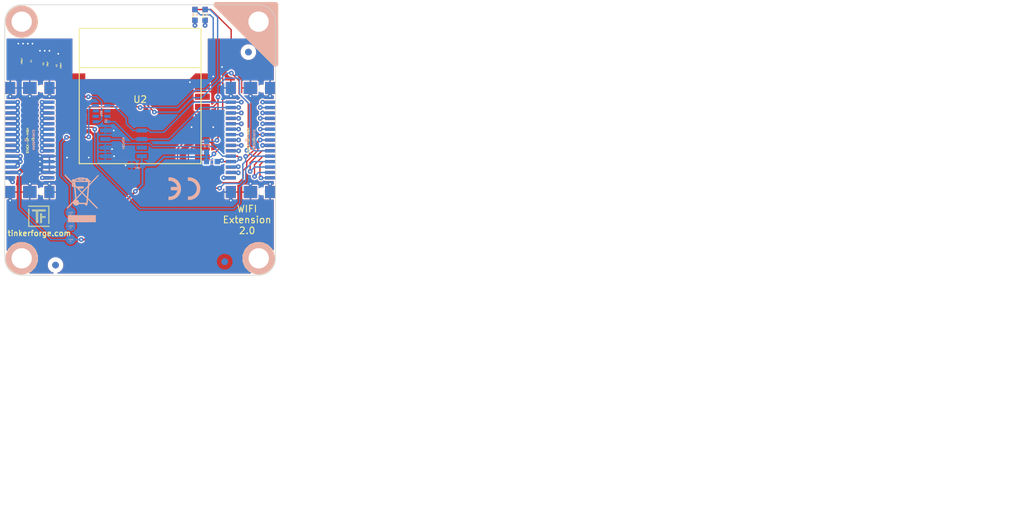
<source format=kicad_pcb>
(kicad_pcb (version 4) (host pcbnew "(2015-03-18 BZR 5525)-product")
  (title_block (title "WIFI Extension") (date "Mo 27 Jul 2015") (rev 2.0) (company "Tinkerforge GmbH") (comment 1 "Licensed under CERN OHL v.1.1") (comment 2 "Copyright (©) 2015, B.Nordmeyer <bastian@tinkerforge.com>"))
  (layers (0 Vorderseite signal) (31 Rückseite signal) (34 B.Paste user) (35 F.Paste user) (36 B.SilkS user) (37 F.SilkS user) (38 B.Mask user) (39 F.Mask user) (44 Edge.Cuts user))
  (net 0 "")
  (net 1 3V3)
  (net 2 GND)
  (net 3 LED)
  (net 4 SCL)
  (net 5 SDA)
  (net 6 SELECT)
  (net 7 nRESET)
  (net 8 "Net-(D1-Pad2)")
  (net 9 "Net-(D2-Pad2)")
  (net 10 "Net-(J1-Pad23)")
  (net 11 "Net-(J1-Pad21)")
  (net 12 "Net-(J1-Pad19)")
  (net 13 "Net-(J1-Pad11)")
  (net 14 "Net-(J1-Pad9)")
  (net 15 "Net-(J1-Pad7)")
  (net 16 "Net-(J1-Pad5)")
  (net 17 "Net-(J1-Pad3)")
  (net 18 "Net-(J1-Pad1)")
  (net 19 "Net-(J1-Pad6)")
  (net 20 "Net-(J1-Pad8)")
  (net 21 "Net-(J1-Pad10)")
  (net 22 "Net-(J1-Pad12)")
  (net 23 "Net-(J1-Pad14)")
  (net 24 "Net-(J1-Pad16)")
  (net 25 "Net-(J1-Pad18)")
  (net 26 "Net-(J1-Pad20)")
  (net 27 "Net-(J1-Pad22)")
  (net 28 "Net-(J1-Pad24)")
  (net 29 RX)
  (net 30 TX)
  (net 31 "Net-(J1-Pad30)")
  (net 32 EN)
  (net 33 "Net-(J3-Pad29)")
  (net 34 "Net-(J3-Pad1)")
  (net 35 "Net-(J3-Pad10)")
  (net 36 "Net-(J3-Pad22)")
  (net 37 "Net-(J3-Pad30)")
  (net 38 SCL_ESP)
  (net 39 SDA_ESP)
  (net 40 "Net-(J1-Pad17)")
  (net 41 "Net-(J1-Pad26)")
  (net 42 "Net-(J1-Pad28)")
  (net 43 GP)
  (module kicad-libraries:0603 (layer Rückseite) (at 150.625 112.7)
    (fp_text reference C1 (at 0.05 -0.225) (layer B.SilkS) (effects (font (size 0.2 0.2) (thickness 0.05)) (justify mirror)))
    (fp_text value 100nF (at 0.05 0.375) (layer B.SilkS) (effects (font (size 0.2 0.2) (thickness 0.05)) (justify mirror)))
    (pad 1 smd rect (at -0.8001 0) (size 0.8001 0.8001) (layers Rückseite B.Paste B.Mask) (net 2 GND))
    (pad 2 smd rect (at 0.8001 0) (size 0.8001 0.8001) (layers Rückseite B.Paste B.Mask) (net 1 3V3))
  )
  (module kicad-libraries:0603 (layer Vorderseite) (at 138.975 97.9 270)
    (fp_text reference C2 (at 0.05 0.225 270) (layer F.SilkS) (effects (font (size 0.2 0.2) (thickness 0.05))))
    (fp_text value 100nF (at 0.05 -0.375 270) (layer F.SilkS) (effects (font (size 0.2 0.2) (thickness 0.05))))
    (pad 1 smd rect (at -0.8001 0 270) (size 0.8001 0.8001) (layers Vorderseite F.Paste F.Mask) (net 2 GND))
    (pad 2 smd rect (at 0.8001 0 270) (size 0.8001 0.8001) (layers Vorderseite F.Paste F.Mask) (net 1 3V3))
  )
  (module kicad-libraries:0805 (layer Vorderseite) (at 136.975 97.7 270)
    (fp_text reference C3 (at 0 0.2 270) (layer F.SilkS) (effects (font (size 0.2 0.2) (thickness 0.05))))
    (fp_text value 10µF (at 0 -0.4 270) (layer F.SilkS) (effects (font (size 0.2 0.2) (thickness 0.05))))
    (pad 1 smd rect (at -1.00076 0 270) (size 1.00076 1.24968) (layers Vorderseite F.Paste F.Mask) (net 2 GND))
    (pad 2 smd rect (at 1.00076 0 270) (size 1.00076 1.24968) (layers Vorderseite F.Paste F.Mask) (net 1 3V3))
  )
  (module kicad-libraries:3528-21 (layer Vorderseite) (at 134.475 97.3 90)
    (fp_text reference C4 (at 0.025 0.5 90) (layer F.SilkS) (effects (font (size 0.2 0.2) (thickness 0.05))))
    (fp_text value 100µF (at 0.025 -0.9 90) (layer F.SilkS) (effects (font (size 0.2 0.2) (thickness 0.05))))
    (pad 1 smd rect (at -1.40048 0 90) (size 1.59954 2.79908) (layers Vorderseite F.Paste F.Mask) (net 1 3V3))
    (pad 2 smd rect (at 1.40048 0 90) (size 1.59954 2.79908) (layers Vorderseite F.Paste F.Mask) (net 2 GND))
  )
  (module kicad-libraries:D0603 (layer Vorderseite) (at 160.675 90.45 270)
    (fp_text reference D1 (at -0.025 -0.2 270) (layer F.SilkS) (effects (font (size 0.2 0.2) (thickness 0.05))))
    (fp_text value green (at 0.075 0.3 270) (layer F.SilkS) (effects (font (size 0.2 0.2) (thickness 0.05))))
    (pad 1 smd rect (at -0.8001 0 270) (size 0.8001 0.8001) (layers Vorderseite F.Paste F.Mask) (net 1 3V3))
    (pad 2 smd rect (at 0.8001 0 270) (size 0.8001 0.8001) (layers Vorderseite F.Paste F.Mask) (net 8 "Net-(D1-Pad2)"))
  )
  (module kicad-libraries:D0603 (layer Vorderseite) (at 159.175 90.45 270)
    (fp_text reference D2 (at -0.025 -0.2 270) (layer F.SilkS) (effects (font (size 0.2 0.2) (thickness 0.05))))
    (fp_text value blue (at 0.075 0.3 270) (layer F.SilkS) (effects (font (size 0.2 0.2) (thickness 0.05))))
    (pad 1 smd rect (at -0.8001 0 270) (size 0.8001 0.8001) (layers Vorderseite F.Paste F.Mask) (net 1 3V3))
    (pad 2 smd rect (at 0.8001 0 270) (size 0.8001 0.8001) (layers Vorderseite F.Paste F.Mask) (net 9 "Net-(D2-Pad2)"))
  )
  (module kicad-libraries:BTB08-ACS-TOP (layer Vorderseite) (at 167.37584 108.95076 90)
    (fp_text reference J1 (at 0.025 0.475 90) (layer F.SilkS) (effects (font (size 0.3 0.3) (thickness 0.075))))
    (fp_text value STACK-UP-HIGH (at -0.075 -0.325 90) (layer F.SilkS) (effects (font (size 0.3 0.3) (thickness 0.075))))
    (pad 29 smd rect (at -5.59816 2.89814 270) (size 0.49784 1.4986) (layers Vorderseite F.Paste F.Mask))
    (pad 27 smd rect (at -4.79806 2.89814 270) (size 0.49784 1.4986) (layers Vorderseite F.Paste F.Mask))
    (pad 25 smd rect (at -3.99796 2.89814 270) (size 0.49784 1.4986) (layers Vorderseite F.Paste F.Mask))
    (pad 23 smd rect (at -3.19786 2.89814 270) (size 0.49784 1.4986) (layers Vorderseite F.Paste F.Mask) (net 10 "Net-(J1-Pad23)"))
    (pad 21 smd rect (at -2.39776 2.89814 270) (size 0.49784 1.4986) (layers Vorderseite F.Paste F.Mask) (net 11 "Net-(J1-Pad21)"))
    (pad 19 smd rect (at -1.59766 2.89814 270) (size 0.49784 1.4986) (layers Vorderseite F.Paste F.Mask) (net 12 "Net-(J1-Pad19)"))
    (pad 17 smd rect (at -0.79756 2.89814 270) (size 0.49784 1.4986) (layers Vorderseite F.Paste F.Mask) (net 40 "Net-(J1-Pad17)"))
    (pad 15 smd rect (at 0 2.89814 270) (size 0.49784 1.4986) (layers Vorderseite F.Paste F.Mask) (net 30 TX))
    (pad 13 smd rect (at 0.79756 2.89814 270) (size 0.49784 1.4986) (layers Vorderseite F.Paste F.Mask) (net 29 RX))
    (pad 11 smd rect (at 1.59766 2.89814 270) (size 0.49784 1.4986) (layers Vorderseite F.Paste F.Mask) (net 13 "Net-(J1-Pad11)"))
    (pad 9 smd rect (at 2.39776 2.89814 270) (size 0.49784 1.4986) (layers Vorderseite F.Paste F.Mask) (net 14 "Net-(J1-Pad9)"))
    (pad 7 smd rect (at 3.19786 2.89814 270) (size 0.49784 1.4986) (layers Vorderseite F.Paste F.Mask) (net 15 "Net-(J1-Pad7)"))
    (pad 5 smd rect (at 3.99796 2.89814 270) (size 0.49784 1.4986) (layers Vorderseite F.Paste F.Mask) (net 16 "Net-(J1-Pad5)"))
    (pad 3 smd rect (at 4.79806 2.89814 270) (size 0.49784 1.4986) (layers Vorderseite F.Paste F.Mask) (net 17 "Net-(J1-Pad3)"))
    (pad 1 smd rect (at 5.59816 2.89814 270) (size 0.49784 1.4986) (layers Vorderseite F.Paste F.Mask) (net 18 "Net-(J1-Pad1)"))
    (pad 2 smd rect (at 5.59816 -2.89814 90) (size 0.49784 1.4986) (layers Vorderseite F.Paste F.Mask) (net 5 SDA))
    (pad 4 smd rect (at 4.79806 -2.89814 90) (size 0.49784 1.4986) (layers Vorderseite F.Paste F.Mask) (net 4 SCL))
    (pad 6 smd rect (at 3.99796 -2.89814 90) (size 0.49784 1.4986) (layers Vorderseite F.Paste F.Mask) (net 19 "Net-(J1-Pad6)"))
    (pad 8 smd rect (at 3.19786 -2.89814 90) (size 0.49784 1.4986) (layers Vorderseite F.Paste F.Mask) (net 20 "Net-(J1-Pad8)"))
    (pad 10 smd rect (at 2.39776 -2.89814 90) (size 0.49784 1.4986) (layers Vorderseite F.Paste F.Mask) (net 21 "Net-(J1-Pad10)"))
    (pad 12 smd rect (at 1.59766 -2.89814 90) (size 0.49784 1.4986) (layers Vorderseite F.Paste F.Mask) (net 22 "Net-(J1-Pad12)"))
    (pad 14 smd rect (at 0.79756 -2.89814 90) (size 0.49784 1.4986) (layers Vorderseite F.Paste F.Mask) (net 23 "Net-(J1-Pad14)"))
    (pad 16 smd rect (at 0 -2.89814 90) (size 0.49784 1.4986) (layers Vorderseite F.Paste F.Mask) (net 24 "Net-(J1-Pad16)"))
    (pad 18 smd rect (at -0.79756 -2.89814 90) (size 0.49784 1.4986) (layers Vorderseite F.Paste F.Mask) (net 25 "Net-(J1-Pad18)"))
    (pad 20 smd rect (at -1.59766 -2.89814 90) (size 0.49784 1.4986) (layers Vorderseite F.Paste F.Mask) (net 26 "Net-(J1-Pad20)"))
    (pad 22 smd rect (at -2.39776 -2.89814 90) (size 0.49784 1.4986) (layers Vorderseite F.Paste F.Mask) (net 27 "Net-(J1-Pad22)"))
    (pad 24 smd rect (at -3.19786 -2.89814 90) (size 0.49784 1.4986) (layers Vorderseite F.Paste F.Mask) (net 28 "Net-(J1-Pad24)"))
    (pad 26 smd rect (at -3.99796 -2.89814 90) (size 0.49784 1.4986) (layers Vorderseite F.Paste F.Mask) (net 41 "Net-(J1-Pad26)"))
    (pad 28 smd rect (at -4.79806 -2.89814 90) (size 0.49784 1.4986) (layers Vorderseite F.Paste F.Mask) (net 42 "Net-(J1-Pad28)"))
    (pad 30 smd rect (at -5.59816 -2.89814 90) (size 0.49784 1.4986) (layers Vorderseite F.Paste F.Mask) (net 31 "Net-(J1-Pad30)"))
    (pad EP smd rect (at 7.69874 -2.90068 90) (size 1.80086 1.50114) (layers Vorderseite F.Paste F.Mask) (net 2 GND))
    (pad EP smd rect (at 7.69874 2.90068 90) (size 1.80086 1.50114) (layers Vorderseite F.Paste F.Mask) (net 2 GND))
    (pad EP smd rect (at -7.69874 2.90068 90) (size 1.80086 1.50114) (layers Vorderseite F.Paste F.Mask) (net 2 GND))
    (pad EP smd rect (at -7.69874 -2.90068 90) (size 1.80086 1.50114) (layers Vorderseite F.Paste F.Mask) (net 2 GND))
    (pad EP smd rect (at 7.69874 0 90) (size 1.80086 1.99898) (layers Vorderseite F.Paste F.Mask) (net 2 GND))
    (pad EP smd rect (at -7.69874 0 90) (size 1.80086 1.99898) (layers Vorderseite F.Paste F.Mask) (net 2 GND))
    (pad "" thru_hole circle (at 7.59968 1.69926 90) (size 0.8001 0.8001) (drill 0.8001) (layers *.Cu *.Mask F.SilkS))
    (pad "" thru_hole circle (at -7.59968 1.69926 90) (size 0.8001 0.8001) (drill 0.8001) (layers *.Cu *.Mask F.SilkS))
  )
  (module kicad-libraries:BTB08-ACS-BTM (layer Rückseite) (at 167.3733 108.95076 270)
    (fp_text reference J2 (at -0.025 0.625 270) (layer B.SilkS) (effects (font (size 0.3 0.3) (thickness 0.075)) (justify mirror)))
    (fp_text value STACK-DOWN (at -0.025 -0.575 270) (layer B.SilkS) (effects (font (size 0.3 0.3) (thickness 0.075)) (justify mirror)))
    (pad 1 smd rect (at -5.59816 -2.89814 90) (size 0.49784 1.4986) (layers Rückseite B.Paste B.Mask) (net 18 "Net-(J1-Pad1)"))
    (pad 3 smd rect (at -4.79806 -2.89814 90) (size 0.49784 1.4986) (layers Rückseite B.Paste B.Mask) (net 17 "Net-(J1-Pad3)"))
    (pad 5 smd rect (at -3.99796 -2.89814 90) (size 0.49784 1.4986) (layers Rückseite B.Paste B.Mask) (net 16 "Net-(J1-Pad5)"))
    (pad 7 smd rect (at -3.19786 -2.89814 90) (size 0.49784 1.4986) (layers Rückseite B.Paste B.Mask) (net 15 "Net-(J1-Pad7)"))
    (pad 9 smd rect (at -2.39776 -2.89814 90) (size 0.49784 1.4986) (layers Rückseite B.Paste B.Mask) (net 14 "Net-(J1-Pad9)"))
    (pad 11 smd rect (at -1.59766 -2.89814 90) (size 0.49784 1.4986) (layers Rückseite B.Paste B.Mask) (net 13 "Net-(J1-Pad11)"))
    (pad 13 smd rect (at -0.79756 -2.89814 90) (size 0.49784 1.4986) (layers Rückseite B.Paste B.Mask) (net 29 RX))
    (pad 15 smd rect (at 0 -2.89814 90) (size 0.49784 1.4986) (layers Rückseite B.Paste B.Mask) (net 30 TX))
    (pad 17 smd rect (at 0.79756 -2.89814 90) (size 0.49784 1.4986) (layers Rückseite B.Paste B.Mask) (net 40 "Net-(J1-Pad17)"))
    (pad 19 smd rect (at 1.59766 -2.89814 90) (size 0.49784 1.4986) (layers Rückseite B.Paste B.Mask) (net 7 nRESET))
    (pad 21 smd rect (at 2.39776 -2.89814 90) (size 0.49784 1.4986) (layers Rückseite B.Paste B.Mask) (net 32 EN))
    (pad 23 smd rect (at 3.19786 -2.89814 90) (size 0.49784 1.4986) (layers Rückseite B.Paste B.Mask) (net 43 GP))
    (pad 25 smd rect (at 3.99796 -2.89814 90) (size 0.49784 1.4986) (layers Rückseite B.Paste B.Mask) (net 12 "Net-(J1-Pad19)"))
    (pad 27 smd rect (at 4.79806 -2.89814 90) (size 0.49784 1.4986) (layers Rückseite B.Paste B.Mask) (net 11 "Net-(J1-Pad21)"))
    (pad 29 smd rect (at 5.59816 -2.89814 90) (size 0.49784 1.4986) (layers Rückseite B.Paste B.Mask) (net 10 "Net-(J1-Pad23)"))
    (pad 30 smd rect (at 5.59816 2.89814 270) (size 0.49784 1.4986) (layers Rückseite B.Paste B.Mask) (net 31 "Net-(J1-Pad30)"))
    (pad 28 smd rect (at 4.79806 2.89814 270) (size 0.49784 1.4986) (layers Rückseite B.Paste B.Mask) (net 42 "Net-(J1-Pad28)"))
    (pad 26 smd rect (at 3.99796 2.89814 270) (size 0.49784 1.4986) (layers Rückseite B.Paste B.Mask) (net 41 "Net-(J1-Pad26)"))
    (pad 24 smd rect (at 3.19786 2.89814 270) (size 0.49784 1.4986) (layers Rückseite B.Paste B.Mask) (net 27 "Net-(J1-Pad22)"))
    (pad 22 smd rect (at 2.39776 2.89814 270) (size 0.49784 1.4986) (layers Rückseite B.Paste B.Mask) (net 6 SELECT))
    (pad 20 smd rect (at 1.59766 2.89814 270) (size 0.49784 1.4986) (layers Rückseite B.Paste B.Mask) (net 26 "Net-(J1-Pad20)"))
    (pad 18 smd rect (at 0.79756 2.89814 270) (size 0.49784 1.4986) (layers Rückseite B.Paste B.Mask) (net 25 "Net-(J1-Pad18)"))
    (pad 16 smd rect (at 0 2.89814 270) (size 0.49784 1.4986) (layers Rückseite B.Paste B.Mask) (net 24 "Net-(J1-Pad16)"))
    (pad 14 smd rect (at -0.79756 2.89814 270) (size 0.49784 1.4986) (layers Rückseite B.Paste B.Mask) (net 23 "Net-(J1-Pad14)"))
    (pad 12 smd rect (at -1.59766 2.89814 270) (size 0.49784 1.4986) (layers Rückseite B.Paste B.Mask) (net 22 "Net-(J1-Pad12)"))
    (pad 10 smd rect (at -2.39776 2.89814 270) (size 0.49784 1.4986) (layers Rückseite B.Paste B.Mask) (net 21 "Net-(J1-Pad10)"))
    (pad 8 smd rect (at -3.19786 2.89814 270) (size 0.49784 1.4986) (layers Rückseite B.Paste B.Mask) (net 20 "Net-(J1-Pad8)"))
    (pad 6 smd rect (at -3.99796 2.89814 270) (size 0.49784 1.4986) (layers Rückseite B.Paste B.Mask) (net 19 "Net-(J1-Pad6)"))
    (pad 4 smd rect (at -4.79806 2.89814 270) (size 0.49784 1.4986) (layers Rückseite B.Paste B.Mask) (net 4 SCL))
    (pad 2 smd rect (at -5.59816 2.89814 270) (size 0.49784 1.4986) (layers Rückseite B.Paste B.Mask) (net 5 SDA))
    (pad EP smd rect (at 7.69874 2.90068 270) (size 1.80086 1.50114) (layers Rückseite B.Paste B.Mask) (net 2 GND))
    (pad EP smd rect (at 7.69874 -2.90068 270) (size 1.80086 1.50114) (layers Rückseite B.Paste B.Mask) (net 2 GND))
    (pad EP smd rect (at -7.69874 -2.90068 270) (size 1.80086 1.50114) (layers Rückseite B.Paste B.Mask) (net 2 GND))
    (pad EP smd rect (at -7.69874 2.90068 270) (size 1.80086 1.50114) (layers Rückseite B.Paste B.Mask) (net 2 GND))
    (pad EP smd rect (at 7.69874 0 270) (size 1.80086 1.99898) (layers Rückseite B.Paste B.Mask) (net 2 GND))
    (pad EP smd rect (at -7.69874 0 270) (size 1.80086 1.99898) (layers Rückseite B.Paste B.Mask) (net 2 GND))
    (pad "" thru_hole circle (at 7.59968 -1.69926 270) (size 0.8001 0.8001) (drill 0.8001) (layers *.Cu *.Mask B.SilkS))
    (pad "" thru_hole circle (at -7.59968 -1.69926 270) (size 0.8001 0.8001) (drill 0.8001) (layers *.Cu *.Mask B.SilkS))
  )
  (module kicad-libraries:BTB08-ACS-TOP (layer Vorderseite) (at 134.7724 108.95076 90)
    (fp_text reference J3 (at 0.025 0.475 90) (layer F.SilkS) (effects (font (size 0.3 0.3) (thickness 0.075))))
    (fp_text value STACK-UP-HIGH (at -0.075 -0.325 90) (layer F.SilkS) (effects (font (size 0.3 0.3) (thickness 0.075))))
    (pad 29 smd rect (at -5.59816 2.89814 270) (size 0.49784 1.4986) (layers Vorderseite F.Paste F.Mask) (net 33 "Net-(J3-Pad29)"))
    (pad 27 smd rect (at -4.79806 2.89814 270) (size 0.49784 1.4986) (layers Vorderseite F.Paste F.Mask) (net 2 GND))
    (pad 25 smd rect (at -3.99796 2.89814 270) (size 0.49784 1.4986) (layers Vorderseite F.Paste F.Mask) (net 2 GND))
    (pad 23 smd rect (at -3.19786 2.89814 270) (size 0.49784 1.4986) (layers Vorderseite F.Paste F.Mask) (net 2 GND))
    (pad 21 smd rect (at -2.39776 2.89814 270) (size 0.49784 1.4986) (layers Vorderseite F.Paste F.Mask) (net 2 GND))
    (pad 19 smd rect (at -1.59766 2.89814 270) (size 0.49784 1.4986) (layers Vorderseite F.Paste F.Mask) (net 34 "Net-(J3-Pad1)"))
    (pad 17 smd rect (at -0.79756 2.89814 270) (size 0.49784 1.4986) (layers Vorderseite F.Paste F.Mask) (net 34 "Net-(J3-Pad1)"))
    (pad 15 smd rect (at 0 2.89814 270) (size 0.49784 1.4986) (layers Vorderseite F.Paste F.Mask) (net 34 "Net-(J3-Pad1)"))
    (pad 13 smd rect (at 0.79756 2.89814 270) (size 0.49784 1.4986) (layers Vorderseite F.Paste F.Mask) (net 34 "Net-(J3-Pad1)"))
    (pad 11 smd rect (at 1.59766 2.89814 270) (size 0.49784 1.4986) (layers Vorderseite F.Paste F.Mask) (net 34 "Net-(J3-Pad1)"))
    (pad 9 smd rect (at 2.39776 2.89814 270) (size 0.49784 1.4986) (layers Vorderseite F.Paste F.Mask) (net 34 "Net-(J3-Pad1)"))
    (pad 7 smd rect (at 3.19786 2.89814 270) (size 0.49784 1.4986) (layers Vorderseite F.Paste F.Mask) (net 34 "Net-(J3-Pad1)"))
    (pad 5 smd rect (at 3.99796 2.89814 270) (size 0.49784 1.4986) (layers Vorderseite F.Paste F.Mask) (net 34 "Net-(J3-Pad1)"))
    (pad 3 smd rect (at 4.79806 2.89814 270) (size 0.49784 1.4986) (layers Vorderseite F.Paste F.Mask) (net 34 "Net-(J3-Pad1)"))
    (pad 1 smd rect (at 5.59816 2.89814 270) (size 0.49784 1.4986) (layers Vorderseite F.Paste F.Mask) (net 34 "Net-(J3-Pad1)"))
    (pad 2 smd rect (at 5.59816 -2.89814 90) (size 0.49784 1.4986) (layers Vorderseite F.Paste F.Mask) (net 35 "Net-(J3-Pad10)"))
    (pad 4 smd rect (at 4.79806 -2.89814 90) (size 0.49784 1.4986) (layers Vorderseite F.Paste F.Mask) (net 35 "Net-(J3-Pad10)"))
    (pad 6 smd rect (at 3.99796 -2.89814 90) (size 0.49784 1.4986) (layers Vorderseite F.Paste F.Mask) (net 35 "Net-(J3-Pad10)"))
    (pad 8 smd rect (at 3.19786 -2.89814 90) (size 0.49784 1.4986) (layers Vorderseite F.Paste F.Mask) (net 35 "Net-(J3-Pad10)"))
    (pad 10 smd rect (at 2.39776 -2.89814 90) (size 0.49784 1.4986) (layers Vorderseite F.Paste F.Mask) (net 35 "Net-(J3-Pad10)"))
    (pad 12 smd rect (at 1.59766 -2.89814 90) (size 0.49784 1.4986) (layers Vorderseite F.Paste F.Mask) (net 35 "Net-(J3-Pad10)"))
    (pad 14 smd rect (at 0.79756 -2.89814 90) (size 0.49784 1.4986) (layers Vorderseite F.Paste F.Mask) (net 35 "Net-(J3-Pad10)"))
    (pad 16 smd rect (at 0 -2.89814 90) (size 0.49784 1.4986) (layers Vorderseite F.Paste F.Mask) (net 35 "Net-(J3-Pad10)"))
    (pad 18 smd rect (at -0.79756 -2.89814 90) (size 0.49784 1.4986) (layers Vorderseite F.Paste F.Mask) (net 35 "Net-(J3-Pad10)"))
    (pad 20 smd rect (at -1.59766 -2.89814 90) (size 0.49784 1.4986) (layers Vorderseite F.Paste F.Mask) (net 35 "Net-(J3-Pad10)"))
    (pad 22 smd rect (at -2.39776 -2.89814 90) (size 0.49784 1.4986) (layers Vorderseite F.Paste F.Mask) (net 36 "Net-(J3-Pad22)"))
    (pad 24 smd rect (at -3.19786 -2.89814 90) (size 0.49784 1.4986) (layers Vorderseite F.Paste F.Mask) (net 36 "Net-(J3-Pad22)"))
    (pad 26 smd rect (at -3.99796 -2.89814 90) (size 0.49784 1.4986) (layers Vorderseite F.Paste F.Mask) (net 36 "Net-(J3-Pad22)"))
    (pad 28 smd rect (at -4.79806 -2.89814 90) (size 0.49784 1.4986) (layers Vorderseite F.Paste F.Mask) (net 1 3V3))
    (pad 30 smd rect (at -5.59816 -2.89814 90) (size 0.49784 1.4986) (layers Vorderseite F.Paste F.Mask) (net 37 "Net-(J3-Pad30)"))
    (pad EP smd rect (at 7.69874 -2.90068 90) (size 1.80086 1.50114) (layers Vorderseite F.Paste F.Mask) (net 2 GND))
    (pad EP smd rect (at 7.69874 2.90068 90) (size 1.80086 1.50114) (layers Vorderseite F.Paste F.Mask) (net 2 GND))
    (pad EP smd rect (at -7.69874 2.90068 90) (size 1.80086 1.50114) (layers Vorderseite F.Paste F.Mask) (net 2 GND))
    (pad EP smd rect (at -7.69874 -2.90068 90) (size 1.80086 1.50114) (layers Vorderseite F.Paste F.Mask) (net 2 GND))
    (pad EP smd rect (at 7.69874 0 90) (size 1.80086 1.99898) (layers Vorderseite F.Paste F.Mask) (net 2 GND))
    (pad EP smd rect (at -7.69874 0 90) (size 1.80086 1.99898) (layers Vorderseite F.Paste F.Mask) (net 2 GND))
    (pad "" thru_hole circle (at 7.59968 1.69926 90) (size 0.8001 0.8001) (drill 0.8001) (layers *.Cu *.Mask F.SilkS))
    (pad "" thru_hole circle (at -7.59968 1.69926 90) (size 0.8001 0.8001) (drill 0.8001) (layers *.Cu *.Mask F.SilkS))
  )
  (module kicad-libraries:BTB08-ACS-BTM (layer Rückseite) (at 134.77748 108.95076 270)
    (fp_text reference J4 (at -0.025 0.625 270) (layer B.SilkS) (effects (font (size 0.3 0.3) (thickness 0.075)) (justify mirror)))
    (fp_text value STACK-DOWN (at -0.025 -0.575 270) (layer B.SilkS) (effects (font (size 0.3 0.3) (thickness 0.075)) (justify mirror)))
    (pad 1 smd rect (at -5.59816 -2.89814 90) (size 0.49784 1.4986) (layers Rückseite B.Paste B.Mask) (net 34 "Net-(J3-Pad1)"))
    (pad 3 smd rect (at -4.79806 -2.89814 90) (size 0.49784 1.4986) (layers Rückseite B.Paste B.Mask) (net 34 "Net-(J3-Pad1)"))
    (pad 5 smd rect (at -3.99796 -2.89814 90) (size 0.49784 1.4986) (layers Rückseite B.Paste B.Mask) (net 34 "Net-(J3-Pad1)"))
    (pad 7 smd rect (at -3.19786 -2.89814 90) (size 0.49784 1.4986) (layers Rückseite B.Paste B.Mask) (net 34 "Net-(J3-Pad1)"))
    (pad 9 smd rect (at -2.39776 -2.89814 90) (size 0.49784 1.4986) (layers Rückseite B.Paste B.Mask) (net 34 "Net-(J3-Pad1)"))
    (pad 11 smd rect (at -1.59766 -2.89814 90) (size 0.49784 1.4986) (layers Rückseite B.Paste B.Mask) (net 34 "Net-(J3-Pad1)"))
    (pad 13 smd rect (at -0.79756 -2.89814 90) (size 0.49784 1.4986) (layers Rückseite B.Paste B.Mask) (net 34 "Net-(J3-Pad1)"))
    (pad 15 smd rect (at 0 -2.89814 90) (size 0.49784 1.4986) (layers Rückseite B.Paste B.Mask) (net 34 "Net-(J3-Pad1)"))
    (pad 17 smd rect (at 0.79756 -2.89814 90) (size 0.49784 1.4986) (layers Rückseite B.Paste B.Mask) (net 34 "Net-(J3-Pad1)"))
    (pad 19 smd rect (at 1.59766 -2.89814 90) (size 0.49784 1.4986) (layers Rückseite B.Paste B.Mask) (net 34 "Net-(J3-Pad1)"))
    (pad 21 smd rect (at 2.39776 -2.89814 90) (size 0.49784 1.4986) (layers Rückseite B.Paste B.Mask) (net 2 GND))
    (pad 23 smd rect (at 3.19786 -2.89814 90) (size 0.49784 1.4986) (layers Rückseite B.Paste B.Mask) (net 2 GND))
    (pad 25 smd rect (at 3.99796 -2.89814 90) (size 0.49784 1.4986) (layers Rückseite B.Paste B.Mask) (net 2 GND))
    (pad 27 smd rect (at 4.79806 -2.89814 90) (size 0.49784 1.4986) (layers Rückseite B.Paste B.Mask) (net 2 GND))
    (pad 29 smd rect (at 5.59816 -2.89814 90) (size 0.49784 1.4986) (layers Rückseite B.Paste B.Mask) (net 33 "Net-(J3-Pad29)"))
    (pad 30 smd rect (at 5.59816 2.89814 270) (size 0.49784 1.4986) (layers Rückseite B.Paste B.Mask) (net 37 "Net-(J3-Pad30)"))
    (pad 28 smd rect (at 4.79806 2.89814 270) (size 0.49784 1.4986) (layers Rückseite B.Paste B.Mask) (net 1 3V3))
    (pad 26 smd rect (at 3.99796 2.89814 270) (size 0.49784 1.4986) (layers Rückseite B.Paste B.Mask) (net 36 "Net-(J3-Pad22)"))
    (pad 24 smd rect (at 3.19786 2.89814 270) (size 0.49784 1.4986) (layers Rückseite B.Paste B.Mask) (net 36 "Net-(J3-Pad22)"))
    (pad 22 smd rect (at 2.39776 2.89814 270) (size 0.49784 1.4986) (layers Rückseite B.Paste B.Mask) (net 36 "Net-(J3-Pad22)"))
    (pad 20 smd rect (at 1.59766 2.89814 270) (size 0.49784 1.4986) (layers Rückseite B.Paste B.Mask) (net 35 "Net-(J3-Pad10)"))
    (pad 18 smd rect (at 0.79756 2.89814 270) (size 0.49784 1.4986) (layers Rückseite B.Paste B.Mask) (net 35 "Net-(J3-Pad10)"))
    (pad 16 smd rect (at 0 2.89814 270) (size 0.49784 1.4986) (layers Rückseite B.Paste B.Mask) (net 35 "Net-(J3-Pad10)"))
    (pad 14 smd rect (at -0.79756 2.89814 270) (size 0.49784 1.4986) (layers Rückseite B.Paste B.Mask) (net 35 "Net-(J3-Pad10)"))
    (pad 12 smd rect (at -1.59766 2.89814 270) (size 0.49784 1.4986) (layers Rückseite B.Paste B.Mask) (net 35 "Net-(J3-Pad10)"))
    (pad 10 smd rect (at -2.39776 2.89814 270) (size 0.49784 1.4986) (layers Rückseite B.Paste B.Mask) (net 35 "Net-(J3-Pad10)"))
    (pad 8 smd rect (at -3.19786 2.89814 270) (size 0.49784 1.4986) (layers Rückseite B.Paste B.Mask) (net 35 "Net-(J3-Pad10)"))
    (pad 6 smd rect (at -3.99796 2.89814 270) (size 0.49784 1.4986) (layers Rückseite B.Paste B.Mask) (net 35 "Net-(J3-Pad10)"))
    (pad 4 smd rect (at -4.79806 2.89814 270) (size 0.49784 1.4986) (layers Rückseite B.Paste B.Mask) (net 35 "Net-(J3-Pad10)"))
    (pad 2 smd rect (at -5.59816 2.89814 270) (size 0.49784 1.4986) (layers Rückseite B.Paste B.Mask) (net 35 "Net-(J3-Pad10)"))
    (pad EP smd rect (at 7.69874 2.90068 270) (size 1.80086 1.50114) (layers Rückseite B.Paste B.Mask) (net 2 GND))
    (pad EP smd rect (at 7.69874 -2.90068 270) (size 1.80086 1.50114) (layers Rückseite B.Paste B.Mask) (net 2 GND))
    (pad EP smd rect (at -7.69874 -2.90068 270) (size 1.80086 1.50114) (layers Rückseite B.Paste B.Mask) (net 2 GND))
    (pad EP smd rect (at -7.69874 2.90068 270) (size 1.80086 1.50114) (layers Rückseite B.Paste B.Mask) (net 2 GND))
    (pad EP smd rect (at 7.69874 0 270) (size 1.80086 1.99898) (layers Rückseite B.Paste B.Mask) (net 2 GND))
    (pad EP smd rect (at -7.69874 0 270) (size 1.80086 1.99898) (layers Rückseite B.Paste B.Mask) (net 2 GND))
    (pad "" thru_hole circle (at 7.59968 -1.69926 270) (size 0.8001 0.8001) (drill 0.8001) (layers *.Cu *.Mask B.SilkS))
    (pad "" thru_hole circle (at -7.59968 -1.69926 270) (size 0.8001 0.8001) (drill 0.8001) (layers *.Cu *.Mask B.SilkS))
  )
  (module kicad-libraries:0603 (layer Rückseite) (at 160.675 90.45 90)
    (fp_text reference R1 (at 0.05 -0.225 90) (layer B.SilkS) (effects (font (size 0.2 0.2) (thickness 0.05)) (justify mirror)))
    (fp_text value 1k (at 0.05 0.375 90) (layer B.SilkS) (effects (font (size 0.2 0.2) (thickness 0.05)) (justify mirror)))
    (pad 1 smd rect (at -0.8001 0 90) (size 0.8001 0.8001) (layers Rückseite B.Paste B.Mask) (net 8 "Net-(D1-Pad2)"))
    (pad 2 smd rect (at 0.8001 0 90) (size 0.8001 0.8001) (layers Rückseite B.Paste B.Mask) (net 3 LED))
  )
  (module kicad-libraries:0603 (layer Rückseite) (at 159.175 90.45 90)
    (fp_text reference R2 (at 0.05 -0.225 90) (layer B.SilkS) (effects (font (size 0.2 0.2) (thickness 0.05)) (justify mirror)))
    (fp_text value 1k (at 0.05 0.375 90) (layer B.SilkS) (effects (font (size 0.2 0.2) (thickness 0.05)) (justify mirror)))
    (pad 1 smd rect (at -0.8001 0 90) (size 0.8001 0.8001) (layers Rückseite B.Paste B.Mask) (net 9 "Net-(D2-Pad2)"))
    (pad 2 smd rect (at 0.8001 0 90) (size 0.8001 0.8001) (layers Rückseite B.Paste B.Mask) (net 2 GND))
  )
  (module kicad-libraries:0603 (layer Rückseite) (at 160.875 109.95 90)
    (fp_text reference R3 (at 0.05 -0.225 90) (layer B.SilkS) (effects (font (size 0.2 0.2) (thickness 0.05)) (justify mirror)))
    (fp_text value 10k (at 0.05 0.375 90) (layer B.SilkS) (effects (font (size 0.2 0.2) (thickness 0.05)) (justify mirror)))
    (pad 1 smd rect (at -0.8001 0 90) (size 0.8001 0.8001) (layers Rückseite B.Paste B.Mask) (net 1 3V3))
    (pad 2 smd rect (at 0.8001 0 90) (size 0.8001 0.8001) (layers Rückseite B.Paste B.Mask) (net 7 nRESET))
  )
  (module kicad-libraries:0603 (layer Rückseite) (at 161.675 112.15)
    (fp_text reference R4 (at 0.05 -0.225) (layer B.SilkS) (effects (font (size 0.2 0.2) (thickness 0.05)) (justify mirror)))
    (fp_text value 1k (at 0.05 0.375) (layer B.SilkS) (effects (font (size 0.2 0.2) (thickness 0.05)) (justify mirror)))
    (pad 1 smd rect (at -0.8001 0) (size 0.8001 0.8001) (layers Rückseite B.Paste B.Mask) (net 1 3V3))
    (pad 2 smd rect (at 0.8001 0) (size 0.8001 0.8001) (layers Rückseite B.Paste B.Mask) (net 28 "Net-(J1-Pad24)"))
  )
  (module kicad-libraries:0603X4 (layer Rückseite) (at 145.375 105.05 90)
    (fp_text reference RP1 (at 0 0 90) (layer B.SilkS) (effects (font (size 0.29972 0.29972) (thickness 0.0762)) (justify mirror)))
    (fp_text value 0 (at 1.00076 0 90) (layer B.SilkS) (effects (font (size 0.29972 0.29972) (thickness 0.0762)) (justify mirror)))
    (pad 1 smd rect (at 1.19888 0.8509 90) (size 0.44958 0.89916) (layers Rückseite B.Paste B.Mask) (net 5 SDA))
    (pad 2 smd rect (at 0.39878 0.8509 90) (size 0.44958 0.89916) (layers Rückseite B.Paste B.Mask))
    (pad 3 smd rect (at -0.39878 0.8509 90) (size 0.44958 0.89916) (layers Rückseite B.Paste B.Mask))
    (pad 4 smd rect (at -1.19888 0.8509 90) (size 0.44958 0.89916) (layers Rückseite B.Paste B.Mask) (net 4 SCL))
    (pad 5 smd rect (at -1.19888 -0.8509 90) (size 0.44958 0.89916) (layers Rückseite B.Paste B.Mask) (net 38 SCL_ESP))
    (pad 6 smd rect (at -0.39878 -0.8509 90) (size 0.44958 0.89916) (layers Rückseite B.Paste B.Mask))
    (pad 7 smd rect (at 0.39878 -0.8509 90) (size 0.44958 0.89916) (layers Rückseite B.Paste B.Mask))
    (pad 8 smd rect (at 1.19888 -0.8509 90) (size 0.44958 0.89916) (layers Rückseite B.Paste B.Mask) (net 39 SDA_ESP))
  )
  (module kicad-libraries:SOIC8 (layer Rückseite) (at 148.625 109.45 90)
    (fp_text reference U1 (at 3.29946 -2.60096 90) (layer B.SilkS) (effects (font (size 0.29972 0.29972) (thickness 0.0762)) (justify mirror)))
    (fp_text value M24C64 (at 0 0 90) (layer B.SilkS) (effects (font (size 0.29972 0.29972) (thickness 0.0762)) (justify mirror)))
    (pad 1 smd rect (at -1.90246 -2.69748 270) (size 0.59944 1.5494) (layers Rückseite B.Paste B.Mask) (net 2 GND))
    (pad 2 smd rect (at -0.63246 -2.69748 270) (size 0.59944 1.5494) (layers Rückseite B.Paste B.Mask) (net 2 GND))
    (pad 3 smd rect (at 0.63246 -2.69748 270) (size 0.59944 1.5494) (layers Rückseite B.Paste B.Mask) (net 6 SELECT))
    (pad 4 smd rect (at 1.90246 -2.69748 270) (size 0.59944 1.5494) (layers Rückseite B.Paste B.Mask) (net 2 GND))
    (pad 5 smd rect (at 1.90246 2.69748 90) (size 0.59944 1.5494) (layers Rückseite B.Paste B.Mask) (net 5 SDA))
    (pad 6 smd rect (at 0.63246 2.69748 90) (size 0.59944 1.5494) (layers Rückseite B.Paste B.Mask) (net 4 SCL))
    (pad 7 smd rect (at -0.63246 2.69748 90) (size 0.59944 1.5494) (layers Rückseite B.Paste B.Mask))
    (pad 8 smd rect (at -1.90246 2.69748 90) (size 0.59944 1.5494) (layers Rückseite B.Paste B.Mask) (net 1 3V3))
  )
  (module kicad-libraries:ESP8266_WROOM02 (layer Vorderseite) (at 151.075 102.45)
    (fp_text reference U2 (at 0 0.5) (layer F.SilkS))
    (fp_text value ESP8266_WROOM02)
    (pad 18 smd rect (at 9.2 -2.9) (size 2.2 0.9) (layers Vorderseite F.Paste F.Mask) (net 2 GND))
    (pad 1 smd rect (at -9.2 -2.9) (size 2.2 0.9) (layers Vorderseite F.Paste F.Mask) (net 1 3V3))
    (pad 2 smd rect (at -9.2 -1.4) (size 2.2 0.9) (layers Vorderseite F.Paste F.Mask) (net 32 EN))
    (pad 3 smd rect (at -9.2 0.1) (size 2.2 0.9) (layers Vorderseite F.Paste F.Mask) (net 38 SCL_ESP))
    (pad 4 smd rect (at -9.2 1.6) (size 2.2 0.9) (layers Vorderseite F.Paste F.Mask) (net 3 LED))
    (pad 5 smd rect (at -9.2 3.1) (size 2.2 0.9) (layers Vorderseite F.Paste F.Mask))
    (pad 6 smd rect (at -9.2 4.6) (size 2.2 0.9) (layers Vorderseite F.Paste F.Mask) (net 43 GP))
    (pad 7 smd rect (at -9.2 6.1) (size 2.2 0.9) (layers Vorderseite F.Paste F.Mask) (net 39 SDA_ESP))
    (pad 8 smd rect (at -9.2 7.6) (size 2.2 0.9) (layers Vorderseite F.Paste F.Mask))
    (pad 17 smd rect (at 9.2 -1.4) (size 2.2 0.9) (layers Vorderseite F.Paste F.Mask))
    (pad 16 smd rect (at 9.2 0.1) (size 2.2 0.9) (layers Vorderseite F.Paste F.Mask))
    (pad 15 smd rect (at 9.2 1.6) (size 2.2 0.9) (layers Vorderseite F.Paste F.Mask) (net 7 nRESET))
    (pad 14 smd rect (at 9.2 3.1) (size 2.2 0.9) (layers Vorderseite F.Paste F.Mask))
    (pad 13 smd rect (at 9.2 4.6) (size 2.2 0.9) (layers Vorderseite F.Paste F.Mask) (net 2 GND))
    (pad 12 smd rect (at 9.2 6.1) (size 2.2 0.9) (layers Vorderseite F.Paste F.Mask) (net 29 RX))
    (pad 11 smd rect (at 9.2 7.6) (size 2.2 0.9) (layers Vorderseite F.Paste F.Mask) (net 30 TX))
    (pad 9 smd rect (at -9.2 9.1) (size 2.2 0.9) (layers Vorderseite F.Paste F.Mask) (net 2 GND))
    (pad 10 smd rect (at 9.2 9.1) (size 2.2 0.9) (layers Vorderseite F.Paste F.Mask))
  )
  (module kicad-libraries:DRILL_NP (layer Vorderseite) (at 168.57472 91.45016)
    (fp_text reference U4 hide)
    (fp_text value DRILL hide)
    (pad "" np_thru_hole circle (at 0 0) (size 2.99974 2.99974) (drill 2.99974) (layers *.Cu *.Mask F.SilkS) (clearance 0.89916))
  )
  (module kicad-libraries:DRILL_NP (layer Vorderseite) (at 133.57352 91.45016 90)
    (fp_text reference U5 hide)
    (fp_text value DRILL hide)
    (pad "" np_thru_hole circle (at 0 0 90) (size 2.99974 2.99974) (drill 2.99974) (layers *.Cu *.Mask F.SilkS) (clearance 0.89916))
  )
  (module kicad-libraries:DRILL_NP (layer Vorderseite) (at 133.57352 126.45136)
    (fp_text reference U6 hide)
    (fp_text value DRILL hide)
    (pad "" np_thru_hole circle (at 0 0) (size 2.99974 2.99974) (drill 2.99974) (layers *.Cu *.Mask F.SilkS) (clearance 0.89916))
  )
  (module kicad-libraries:Logo_31x31 (layer Vorderseite) (at 134.525 118.65)
    (fp_text reference G*** hide)
    (fp_text value Logo_31x31 hide)
  )
  (module kicad-libraries:Fiducial_Mark (layer Vorderseite) (at 164.075 122.95)
    (fp_text reference Fiducial_Mark hide)
    (fp_text value VAL** hide)
    (pad 1 smd circle (at 0 0) (size 1.00076 1.00076) (layers Vorderseite F.Mask) (clearance 0.65024))
  )
  (module kicad-libraries:Fiducial_Mark (layer Vorderseite) (at 138.575 127.45)
    (fp_text reference Fiducial_Mark hide)
    (fp_text value VAL** hide)
    (pad 1 smd circle (at 0 0) (size 1.00076 1.00076) (layers Vorderseite F.Mask) (clearance 0.65024))
  )
  (module kicad-libraries:Fiducial_Mark (layer Vorderseite) (at 167.075 95.95)
    (fp_text reference Fiducial_Mark hide)
    (fp_text value VAL** hide)
    (pad 1 smd circle (at 0 0) (size 1.00076 1.00076) (layers Vorderseite F.Mask) (clearance 0.65024))
  )
  (module kicad-libraries:Fiducial_Mark (layer Rückseite) (at 167.075 95.95)
    (fp_text reference Fiducial_Mark hide)
    (fp_text value VAL** hide)
    (pad 1 smd circle (at 0 0) (size 1.00076 1.00076) (layers Rückseite B.Mask) (clearance 0.65024))
  )
  (module kicad-libraries:Fiducial_Mark (layer Rückseite) (at 163.575 126.95)
    (fp_text reference Fiducial_Mark hide)
    (fp_text value VAL** hide)
    (pad 1 smd circle (at 0 0) (size 1.00076 1.00076) (layers Rückseite B.Mask) (clearance 0.65024))
  )
  (module kicad-libraries:Fiducial_Mark (layer Rückseite) (at 138.575 127.45)
    (fp_text reference Fiducial_Mark hide)
    (fp_text value VAL** hide)
    (pad 1 smd circle (at 0 0) (size 1.00076 1.00076) (layers Rückseite B.Mask) (clearance 0.65024))
  )
  (module kicad-libraries:WEEE_7mm_back (layer Rückseite) (at 142.425 117.6)
    (fp_text reference VAL hide)
    (fp_text value WEEE_7mm_back hide)
  )
  (module kicad-libraries:CE_5mm (layer Rückseite) (at 157.575 116.15 180)
    (fp_text reference VAL hide)
    (fp_text value CE_5mm hide)
  )
  (module kicad-libraries:TSTPT (layer Rückseite) (at 140.8 123.675)
    (fp_text reference P1 (at 0 0.3) (layer B.SilkS) (effects (font (size 0.127 0.127) (thickness 0.03175)) (justify mirror)))
    (fp_text value CONN_1 (at 0 0) (layer B.SilkS) (effects (font (size 0.127 0.127) (thickness 0.03175)) (justify mirror)))
    (pad 1 smd circle (at 0 0) (size 1.5 1.5) (layers Rückseite B.Paste B.Mask) (net 1 3V3))
  )
  (module kicad-libraries:TSTPT (layer Rückseite) (at 140.8 119.675)
    (fp_text reference P2 (at 0 0.3) (layer B.SilkS) (effects (font (size 0.127 0.127) (thickness 0.03175)) (justify mirror)))
    (fp_text value CONN_1 (at 0 0) (layer B.SilkS) (effects (font (size 0.127 0.127) (thickness 0.03175)) (justify mirror)))
    (pad 1 smd circle (at 0 0) (size 1.5 1.5) (layers Rückseite B.Paste B.Mask) (net 39 SDA_ESP))
  )
  (module kicad-libraries:TSTPT (layer Rückseite) (at 140.8 121.675)
    (fp_text reference P3 (at 0 0.3) (layer B.SilkS) (effects (font (size 0.127 0.127) (thickness 0.03175)) (justify mirror)))
    (fp_text value CONN_1 (at 0 0) (layer B.SilkS) (effects (font (size 0.127 0.127) (thickness 0.03175)) (justify mirror)))
    (pad 1 smd circle (at 0 0) (size 1.5 1.5) (layers Rückseite B.Paste B.Mask) (net 2 GND))
  )
  (module kicad-libraries:DRILL_NP (layer Vorderseite) (at 168.6 126.45)
    (fp_text reference U3 hide)
    (fp_text value DRILL hide)
    (pad "" np_thru_hole circle (at 0 0) (size 2.99974 2.99974) (drill 2.99974) (layers *.Cu *.Mask F.SilkS) (clearance 0.89916))
  )
  (gr_line (start 131.0767 91.45016) (end 131.0767 126.45136) (angle 90) (layer Edge.Cuts) (width 0.09906))
  (gr_line (start 168.57726 88.9508) (end 133.57606 88.9508) (angle 90) (layer Edge.Cuts) (width 0.09906))
  (gr_line (start 171.07662 126.45136) (end 171.07662 91.45016) (angle 90) (layer Edge.Cuts) (width 0.09906))
  (gr_line (start 133.57606 128.95072) (end 168.57726 128.95072) (angle 90) (layer Edge.Cuts) (width 0.09906))
  (gr_arc (start 168.57726 91.45016) (end 168.57726 88.9508) (angle 90) (layer Edge.Cuts) (width 0.09906))
  (gr_arc (start 133.57606 91.45016) (end 131.0767 91.45016) (angle 90) (layer Edge.Cuts) (width 0.09906))
  (gr_arc (start 133.57606 126.45136) (end 133.57606 128.95072) (angle 90) (layer Edge.Cuts) (width 0.09906))
  (gr_arc (start 168.57726 126.45136) (end 171.07662 126.45136) (angle 90) (layer Edge.Cuts) (width 0.09906))
  (gr_text tinkerforge.com (at 136.17702 122.75058) (layer F.SilkS) (effects (font (size 0.8001 0.8001) (thickness 0.14986))))
  (gr_text "WIFI\nExtension\n2.0" (at 166.875 120.75) (layer F.SilkS) (effects (font (size 1.00076 1.00076) (thickness 0.14986))))
  (gr_line (start 168.22166 92.30106) (end 168.3258 92.30106) (angle 90) (layer B.SilkS) (width 0.8001))
  (gr_line (start 168.22166 92.9005) (end 168.22166 92.30106) (angle 90) (layer B.SilkS) (width 0.8001))
  (gr_line (start 167.07358 91.75242) (end 168.22166 92.9005) (angle 90) (layer B.SilkS) (width 0.8001))
  (gr_line (start 168.8719 91.75242) (end 167.07358 91.75242) (angle 90) (layer B.SilkS) (width 0.8001))
  (gr_line (start 168.8719 94.00032) (end 168.8719 91.75242) (angle 90) (layer B.SilkS) (width 0.8001))
  (gr_line (start 165.97376 91.10218) (end 168.8719 94.00032) (angle 90) (layer B.SilkS) (width 0.8001))
  (gr_line (start 169.37482 91.10218) (end 165.97376 91.10218) (angle 90) (layer B.SilkS) (width 0.8001))
  (gr_line (start 169.37482 95.10014) (end 169.37482 91.10218) (angle 90) (layer B.SilkS) (width 0.8001))
  (gr_line (start 164.67582 90.40114) (end 169.37482 95.10014) (angle 90) (layer B.SilkS) (width 0.8001))
  (gr_line (start 169.926 90.40114) (end 164.67582 90.40114) (angle 90) (layer B.SilkS) (width 0.8001))
  (gr_line (start 169.926 96.1517) (end 169.926 90.40114) (angle 90) (layer B.SilkS) (width 0.8001))
  (gr_line (start 163.4744 89.7001) (end 169.926 96.1517) (angle 90) (layer B.SilkS) (width 0.8001))
  (gr_line (start 170.5737 89.7001) (end 163.4744 89.7001) (angle 90) (layer B.SilkS) (width 0.8001))
  (gr_line (start 170.5737 96.50222) (end 170.5737 89.7001) (angle 90) (layer B.SilkS) (width 0.8001))
  (gr_line (start 162.32378 88.9508) (end 171.07408 97.7011) (angle 90) (layer B.SilkS) (width 0.8001))
  (gr_line (start 171.07408 88.9508) (end 162.32378 88.9508) (angle 90) (layer B.SilkS) (width 0.8001))
  (gr_line (start 171.07408 97.7011) (end 171.07408 88.9508) (angle 90) (layer B.SilkS) (width 0.8001))
  (gr_line (start 168.45026 91.20124) (end 168.45026 91.15044) (angle 90) (layer F.SilkS) (width 0.8001))
  (gr_line (start 167.80002 91.20124) (end 168.45026 91.20124) (angle 90) (layer F.SilkS) (width 0.8001))
  (gr_line (start 168.95064 92.35186) (end 167.80002 91.20124) (angle 90) (layer F.SilkS) (width 0.8001))
  (gr_line (start 168.95064 90.6272) (end 168.95064 92.35186) (angle 90) (layer F.SilkS) (width 0.8001))
  (gr_line (start 166.55034 90.6272) (end 168.95064 90.6272) (angle 90) (layer F.SilkS) (width 0.8001))
  (gr_line (start 169.55008 93.62694) (end 166.55034 90.6272) (angle 90) (layer F.SilkS) (width 0.8001))
  (gr_line (start 169.55008 90.15222) (end 169.55008 93.62694) (angle 90) (layer F.SilkS) (width 0.8001))
  (gr_line (start 165.45052 90.15222) (end 169.55008 90.15222) (angle 90) (layer F.SilkS) (width 0.8001))
  (gr_line (start 170.20032 94.90202) (end 165.45052 90.15222) (angle 90) (layer F.SilkS) (width 0.8001))
  (gr_line (start 170.20032 89.67724) (end 170.20032 94.90202) (angle 90) (layer F.SilkS) (width 0.8001))
  (gr_line (start 164.3253 89.67724) (end 170.20032 89.67724) (angle 90) (layer F.SilkS) (width 0.8001))
  (gr_line (start 170.74896 96.1009) (end 164.3253 89.67724) (angle 90) (layer F.SilkS) (width 0.8001))
  (gr_line (start 170.74896 89.15146) (end 170.74896 96.1009) (angle 90) (layer F.SilkS) (width 0.8001))
  (gr_line (start 163.17468 89.15146) (end 170.74896 89.15146) (angle 90) (layer F.SilkS) (width 0.8001))
  (gr_line (start 170.74896 96.72574) (end 163.17468 89.15146) (angle 90) (layer F.SilkS) (width 0.8001))
  (gr_line (start 171.07408 88.9508) (end 171.07408 97.7011) (angle 90) (layer F.SilkS) (width 0.8001))
  (gr_line (start 162.32378 88.9508) (end 171.07408 88.9508) (angle 90) (layer F.SilkS) (width 0.8001))
  (gr_line (start 171.07408 97.7011) (end 162.32378 88.9508) (angle 90) (layer F.SilkS) (width 0.8001))
  (segment (start 151.4251 112.7) (end 151.4251 115.4999) (width 0.3048) (layer Rückseite) (net 1))
  (segment (start 142.375 123.675) (end 140.8 123.675) (width 0.3048) (layer Rückseite) (net 1))
  (via (at 142.375 123.675) (size 0.70104) (layers Vorderseite Rückseite) (net 1))
  (segment (start 143.25 123.675) (end 142.375 123.675) (width 0.3048) (layer Vorderseite) (net 1))
  (segment (start 150.375 116.55) (end 143.25 123.675) (width 0.3048) (layer Vorderseite) (net 1))
  (via (at 150.375 116.55) (size 0.70104) (layers Vorderseite Rückseite) (net 1))
  (segment (start 151.4251 115.4999) (end 150.375 116.55) (width 0.3048) (layer Rückseite) (net 1))
  (segment (start 140.8 123.675) (end 137.925 123.675) (width 0.20066) (layer Rückseite) (net 1))
  (segment (start 137.925 123.675) (end 133.225 118.975) (width 0.20066) (layer Rückseite) (net 1))
  (segment (start 133.225 118.975) (end 133.225 113.75) (width 0.20066) (layer Rückseite) (net 1))
  (segment (start 163.275 99.3) (end 164.525 98.05) (width 0.20066) (layer Vorderseite) (net 1))
  (segment (start 164.525 92.65) (end 161.5249 89.6499) (width 0.20066) (layer Vorderseite) (net 1))
  (segment (start 164.525 98.05) (end 164.525 92.65) (width 0.20066) (layer Vorderseite) (net 1))
  (segment (start 160.675 89.6499) (end 161.5249 89.6499) (width 0.20066) (layer Vorderseite) (net 1))
  (segment (start 161.525 111.45) (end 160.725 111.45) (width 0.20066) (layer Rückseite) (net 1))
  (segment (start 161.975 111) (end 161.525 111.45) (width 0.20066) (layer Rückseite) (net 1))
  (via (at 161.975 111) (size 0.70104) (layers Vorderseite Rückseite) (net 1))
  (segment (start 163.275 109.7) (end 161.975 111) (width 0.20066) (layer Vorderseite) (net 1))
  (segment (start 163.275 99.3) (end 163.275 109.7) (width 0.20066) (layer Vorderseite) (net 1))
  (segment (start 160.675 89.6499) (end 159.175 89.6499) (width 0.20066) (layer Vorderseite) (net 1))
  (segment (start 134.475 98.70048) (end 134.02452 98.70048) (width 0.70104) (layer Vorderseite) (net 1))
  (segment (start 134.02452 98.70048) (end 133.175 99.55) (width 0.70104) (layer Vorderseite) (net 1))
  (segment (start 134.275 112.7) (end 133.225 113.75) (width 0.70104) (layer Vorderseite) (net 1))
  (segment (start 134.275 103.45) (end 134.275 112.7) (width 0.70104) (layer Vorderseite) (net 1))
  (segment (start 133.175 102.35) (end 134.275 103.45) (width 0.70104) (layer Vorderseite) (net 1))
  (segment (start 133.175 99.55) (end 133.175 102.35) (width 0.70104) (layer Vorderseite) (net 1))
  (segment (start 136.975 98.70076) (end 134.47528 98.70076) (width 0.70104) (layer Vorderseite) (net 1))
  (segment (start 134.47528 98.70076) (end 134.475 98.70048) (width 0.70104) (layer Vorderseite) (net 1))
  (segment (start 138.975 98.7001) (end 136.97566 98.7001) (width 0.70104) (layer Vorderseite) (net 1))
  (segment (start 136.97566 98.7001) (end 136.975 98.70076) (width 0.70104) (layer Vorderseite) (net 1))
  (segment (start 141.875 99.55) (end 140.575 99.55) (width 0.70104) (layer Vorderseite) (net 1))
  (segment (start 140.575 99.55) (end 139.7251 98.7001) (width 0.70104) (layer Vorderseite) (net 1))
  (segment (start 139.7251 98.7001) (end 138.975 98.7001) (width 0.70104) (layer Vorderseite) (net 1))
  (via (at 133.225 113.75) (size 0.70104) (layers Vorderseite Rückseite) (net 1))
  (segment (start 133.225 113.75) (end 133.22382 113.74882) (width 0.29972) (layer Vorderseite) (net 1))
  (segment (start 133.22382 113.74882) (end 131.87426 113.74882) (width 0.50038) (layer Vorderseite) (net 1))
  (segment (start 133.22382 113.74882) (end 133.225 113.75) (width 0.50038) (layer Rückseite) (net 1))
  (segment (start 131.87934 113.74882) (end 133.22382 113.74882) (width 0.50038) (layer Rückseite) (net 1))
  (segment (start 160.8749 110.7502) (end 160.875 110.7501) (width 0.29972) (layer Rückseite) (net 1))
  (segment (start 160.8749 111.45) (end 160.8749 110.7502) (width 0.29972) (layer Rückseite) (net 1))
  (segment (start 160.8749 112.15) (end 160.8749 111.45) (width 0.29972) (layer Rückseite) (net 1))
  (segment (start 154.575 111.45) (end 153.325 112.7) (width 0.29972) (layer Rückseite) (net 1))
  (segment (start 160.725 111.45) (end 154.575 111.45) (width 0.29972) (layer Rückseite) (net 1))
  (segment (start 153.325 112.7) (end 151.4251 112.7) (width 0.29972) (layer Rückseite) (net 1))
  (segment (start 160.8749 111.45) (end 160.725 111.45) (width 0.29972) (layer Rückseite) (net 1))
  (segment (start 151.32248 112.59738) (end 151.4251 112.7) (width 0.29972) (layer Rückseite) (net 1))
  (segment (start 151.32248 111.35246) (end 151.32248 112.59738) (width 0.29972) (layer Rückseite) (net 1))
  (segment (start 161.875 99.55) (end 163.175 98.25) (width 0.20066) (layer Vorderseite) (net 2))
  (via (at 163.175 98.15) (size 0.70104) (layers Vorderseite Rückseite) (net 2))
  (segment (start 163.175 98.25) (end 163.175 98.15) (width 0.20066) (layer Vorderseite) (net 2))
  (segment (start 131.8768 116.6495) (end 131.8768 117.8982) (width 0.20066) (layer Rückseite) (net 2))
  (segment (start 131.87172 117.89672) (end 131.87172 116.6495) (width 0.20066) (layer Vorderseite) (net 2))
  (segment (start 131.875 117.9) (end 131.87172 117.89672) (width 0.20066) (layer Vorderseite) (net 2))
  (via (at 131.875 117.9) (size 0.70104) (layers Vorderseite Rückseite) (net 2))
  (segment (start 131.8768 117.8982) (end 131.875 117.9) (width 0.20066) (layer Rückseite) (net 2))
  (segment (start 137.67054 113.74882) (end 136.27618 113.74882) (width 0.50038) (layer Vorderseite) (net 2))
  (segment (start 136.27618 113.74882) (end 136.275 113.75) (width 0.50038) (layer Vorderseite) (net 2))
  (via (at 136.275 113.75) (size 0.70104) (layers Vorderseite Rückseite) (net 2))
  (segment (start 136.275 113.75) (end 136.27618 113.74882) (width 0.50038) (layer Rückseite) (net 2))
  (segment (start 136.27618 113.74882) (end 137.67562 113.74882) (width 0.50038) (layer Rückseite) (net 2))
  (segment (start 137.67562 112.94872) (end 136.27628 112.94872) (width 0.50038) (layer Rückseite) (net 2))
  (segment (start 136.27628 112.94872) (end 136.275 112.95) (width 0.50038) (layer Rückseite) (net 2))
  (via (at 136.275 112.95) (size 0.70104) (layers Vorderseite Rückseite) (net 2))
  (segment (start 136.275 112.95) (end 136.27628 112.94872) (width 0.50038) (layer Vorderseite) (net 2))
  (segment (start 136.27628 112.94872) (end 137.67054 112.94872) (width 0.50038) (layer Vorderseite) (net 2))
  (segment (start 137.67054 112.14862) (end 136.27638 112.14862) (width 0.50038) (layer Vorderseite) (net 2))
  (segment (start 136.27638 112.14862) (end 136.275 112.15) (width 0.50038) (layer Vorderseite) (net 2))
  (via (at 136.275 112.15) (size 0.70104) (layers Vorderseite Rückseite) (net 2))
  (segment (start 136.275 112.15) (end 136.27638 112.14862) (width 0.50038) (layer Rückseite) (net 2))
  (segment (start 136.27638 112.14862) (end 137.67562 112.14862) (width 0.50038) (layer Rückseite) (net 2))
  (segment (start 137.67562 111.34852) (end 136.27648 111.34852) (width 0.50038) (layer Rückseite) (net 2))
  (segment (start 136.27648 111.34852) (end 136.275 111.35) (width 0.50038) (layer Rückseite) (net 2))
  (via (at 136.275 111.35) (size 0.70104) (layers Vorderseite Rückseite) (net 2))
  (segment (start 136.275 111.35) (end 136.27648 111.34852) (width 0.50038) (layer Vorderseite) (net 2))
  (segment (start 136.27648 111.34852) (end 137.67054 111.34852) (width 0.50038) (layer Vorderseite) (net 2))
  (segment (start 137.67816 101.25202) (end 137.67816 102.49684) (width 0.20066) (layer Rückseite) (net 2))
  (via (at 137.675 102.5) (size 0.70104) (layers Vorderseite Rückseite) (net 2))
  (segment (start 137.67816 102.49684) (end 137.675 102.5) (width 0.20066) (layer Rückseite) (net 2))
  (segment (start 134.77748 101.25202) (end 134.77748 102.49752) (width 0.20066) (layer Rückseite) (net 2))
  (via (at 134.775 102.5) (size 0.70104) (layers Vorderseite Rückseite) (net 2))
  (segment (start 134.77748 102.49752) (end 134.775 102.5) (width 0.20066) (layer Rückseite) (net 2))
  (segment (start 131.8768 101.25202) (end 131.8768 102.4982) (width 0.20066) (layer Rückseite) (net 2))
  (via (at 131.875 102.5) (size 0.70104) (layers Vorderseite Rückseite) (net 2))
  (segment (start 131.8768 102.4982) (end 131.875 102.5) (width 0.20066) (layer Rückseite) (net 2))
  (segment (start 137.67816 116.6495) (end 137.67816 115.40316) (width 0.20066) (layer Rückseite) (net 2))
  (via (at 137.675 115.4) (size 0.70104) (layers Vorderseite Rückseite) (net 2))
  (segment (start 137.67816 115.40316) (end 137.675 115.4) (width 0.20066) (layer Rückseite) (net 2))
  (segment (start 134.77748 116.6495) (end 134.77748 115.40248) (width 0.20066) (layer Rückseite) (net 2))
  (via (at 134.775 115.4) (size 0.70104) (layers Vorderseite Rückseite) (net 2))
  (segment (start 134.77748 115.40248) (end 134.775 115.4) (width 0.20066) (layer Rückseite) (net 2))
  (segment (start 167.3733 116.6495) (end 167.3733 115.4017) (width 0.20066) (layer Rückseite) (net 2))
  (via (at 167.375 115.4) (size 0.70104) (layers Vorderseite Rückseite) (net 2))
  (segment (start 167.3733 115.4017) (end 167.375 115.4) (width 0.20066) (layer Rückseite) (net 2))
  (segment (start 164.47262 116.6495) (end 164.47262 117.89762) (width 0.20066) (layer Rückseite) (net 2))
  (via (at 164.475 117.9) (size 0.70104) (layers Vorderseite Rückseite) (net 2))
  (segment (start 164.47262 117.89762) (end 164.475 117.9) (width 0.20066) (layer Rückseite) (net 2))
  (segment (start 170.27398 116.6495) (end 170.27398 115.45102) (width 0.20066) (layer Rückseite) (net 2))
  (via (at 170.275 115.45) (size 0.70104) (layers Vorderseite Rückseite) (net 2))
  (segment (start 170.27398 115.45102) (end 170.275 115.45) (width 0.20066) (layer Rückseite) (net 2))
  (segment (start 170.27398 101.25202) (end 170.27398 102.44898) (width 0.20066) (layer Rückseite) (net 2))
  (via (at 170.275 102.45) (size 0.70104) (layers Vorderseite Rückseite) (net 2))
  (segment (start 170.27398 102.44898) (end 170.275 102.45) (width 0.20066) (layer Rückseite) (net 2))
  (segment (start 167.3733 101.25202) (end 167.3733 102.4483) (width 0.20066) (layer Rückseite) (net 2))
  (via (at 167.375 102.45) (size 0.70104) (layers Vorderseite Rückseite) (net 2))
  (segment (start 167.3733 102.4483) (end 167.375 102.45) (width 0.20066) (layer Rückseite) (net 2))
  (segment (start 164.47262 101.25202) (end 164.47262 102.44762) (width 0.20066) (layer Rückseite) (net 2))
  (via (at 164.475 102.45) (size 0.70104) (layers Vorderseite Rückseite) (net 2))
  (segment (start 164.47262 102.44762) (end 164.475 102.45) (width 0.20066) (layer Rückseite) (net 2))
  (segment (start 160.275 99.55) (end 159.275 99.55) (width 0.70104) (layer Vorderseite) (net 2))
  (segment (start 159.275 99.55) (end 158.425 100.4) (width 0.70104) (layer Vorderseite) (net 2))
  (via (at 158.425 100.4) (size 0.70104) (layers Vorderseite Rückseite) (net 2))
  (segment (start 161.875 99.55) (end 161.875 90.9) (width 0.20066) (layer Rückseite) (net 2))
  (via (at 161.875 99.55) (size 0.70104) (layers Vorderseite Rückseite) (net 2))
  (segment (start 160.275 99.55) (end 161.875 99.55) (width 0.70104) (layer Vorderseite) (net 2))
  (segment (start 161.875 90.9) (end 161.425 90.45) (width 0.20066) (layer Rückseite) (net 2))
  (segment (start 159.175 89.6499) (end 159.175 89.65) (width 0.20066) (layer Rückseite) (net 2))
  (segment (start 159.175 89.65) (end 159.975 90.45) (width 0.20066) (layer Rückseite) (net 2))
  (segment (start 159.975 90.45) (end 161.425 90.45) (width 0.20066) (layer Rückseite) (net 2))
  (segment (start 134.475 95.89952) (end 135.12548 95.89952) (width 0.70104) (layer Vorderseite) (net 2))
  (segment (start 134.475 95.89952) (end 133.37452 95.89952) (width 0.70104) (layer Vorderseite) (net 2))
  (segment (start 133.37452 95.89952) (end 133.075 95.6) (width 0.70104) (layer Vorderseite) (net 2))
  (via (at 133.075 94.7) (size 0.70104) (layers Vorderseite Rückseite) (net 2))
  (segment (start 133.075 95.6) (end 133.075 94.7) (width 0.70104) (layer Vorderseite) (net 2))
  (segment (start 136.975 96.69924) (end 136.92424 96.69924) (width 0.70104) (layer Vorderseite) (net 2))
  (segment (start 136.92424 96.69924) (end 136.275 96.05) (width 0.70104) (layer Vorderseite) (net 2))
  (via (at 136.275 95.75) (size 0.70104) (layers Vorderseite Rückseite) (net 2))
  (segment (start 136.275 96.05) (end 136.275 95.75) (width 0.70104) (layer Vorderseite) (net 2))
  (segment (start 136.975 96.69924) (end 137.12576 96.69924) (width 0.70104) (layer Vorderseite) (net 2))
  (segment (start 137.12576 96.69924) (end 137.675 96.15) (width 0.70104) (layer Vorderseite) (net 2))
  (via (at 137.675 95.75) (size 0.70104) (layers Vorderseite Rückseite) (net 2))
  (segment (start 137.675 96.15) (end 137.675 95.75) (width 0.70104) (layer Vorderseite) (net 2))
  (segment (start 134.475 95.89952) (end 134.42452 95.89952) (width 0.70104) (layer Vorderseite) (net 2))
  (segment (start 134.42452 95.89952) (end 133.775 95.25) (width 0.70104) (layer Vorderseite) (net 2))
  (segment (start 133.775 95.25) (end 133.775 94.7) (width 0.70104) (layer Vorderseite) (net 2))
  (via (at 133.775 94.7) (size 0.70104) (layers Vorderseite Rückseite) (net 2))
  (segment (start 134.475 95.89952) (end 134.47548 95.89952) (width 0.70104) (layer Vorderseite) (net 2))
  (segment (start 134.47548 95.89952) (end 135.175 95.2) (width 0.70104) (layer Vorderseite) (net 2))
  (segment (start 135.175 95.2) (end 135.175 94.7) (width 0.70104) (layer Vorderseite) (net 2))
  (via (at 135.175 94.7) (size 0.70104) (layers Vorderseite Rückseite) (net 2))
  (segment (start 134.475 95.89952) (end 134.475 94.7) (width 0.70104) (layer Vorderseite) (net 2))
  (via (at 134.475 94.7) (size 0.70104) (layers Vorderseite Rückseite) (net 2))
  (segment (start 138.975 97.0999) (end 138.975 96.2) (width 0.70104) (layer Vorderseite) (net 2))
  (via (at 138.975 96.2) (size 0.70104) (layers Vorderseite Rückseite) (net 2))
  (segment (start 136.975 96.69924) (end 136.975 95.75) (width 0.70104) (layer Vorderseite) (net 2))
  (via (at 136.975 95.75) (size 0.70104) (layers Vorderseite Rückseite) (net 2))
  (segment (start 145.92752 110.08246) (end 146.70746 110.08246) (width 0.70104) (layer Rückseite) (net 2))
  (via (at 146.925 110.3) (size 0.70104) (layers Vorderseite Rückseite) (net 2))
  (segment (start 146.70746 110.08246) (end 146.925 110.3) (width 0.70104) (layer Rückseite) (net 2))
  (segment (start 145.92752 107.54754) (end 147.17254 107.54754) (width 0.70104) (layer Rückseite) (net 2))
  (via (at 147.175 107.55) (size 0.70104) (layers Vorderseite Rückseite) (net 2))
  (segment (start 147.17254 107.54754) (end 147.175 107.55) (width 0.70104) (layer Rückseite) (net 2))
  (segment (start 145.92752 111.35246) (end 147.22254 111.35246) (width 0.70104) (layer Rückseite) (net 2))
  (via (at 147.225 111.35) (size 0.70104) (layers Vorderseite Rückseite) (net 2))
  (segment (start 147.22254 111.35246) (end 147.225 111.35) (width 0.70104) (layer Rückseite) (net 2))
  (segment (start 149.8249 112.7) (end 148.925 112.7) (width 0.70104) (layer Rückseite) (net 2))
  (via (at 148.925 112.7) (size 0.70104) (layers Vorderseite Rückseite) (net 2))
  (segment (start 160.275 107.05) (end 161.875 107.05) (width 0.70104) (layer Vorderseite) (net 2))
  (via (at 161.875 107.05) (size 0.70104) (layers Vorderseite Rückseite) (net 2))
  (segment (start 160.275 107.05) (end 158.675 107.05) (width 0.70104) (layer Vorderseite) (net 2))
  (via (at 158.675 107.05) (size 0.70104) (layers Vorderseite Rückseite) (net 2))
  (segment (start 141.875 111.55) (end 140.275 111.55) (width 0.70104) (layer Vorderseite) (net 2))
  (via (at 140.275 111.55) (size 0.70104) (layers Vorderseite Rückseite) (net 2))
  (segment (start 141.875 111.55) (end 143.475 111.55) (width 0.70104) (layer Vorderseite) (net 2))
  (via (at 143.475 111.55) (size 0.70104) (layers Vorderseite Rückseite) (net 2))
  (segment (start 151.075 104.15) (end 156.625 104.15) (width 0.20066) (layer Rückseite) (net 3))
  (segment (start 162.525 90.8) (end 161.3749 89.6499) (width 0.20066) (layer Rückseite) (net 3))
  (segment (start 162.525 99.775) (end 162.525 90.8) (width 0.20066) (layer Rückseite) (net 3))
  (segment (start 160.7 101.6) (end 162.525 99.775) (width 0.20066) (layer Rückseite) (net 3))
  (segment (start 159.175 101.6) (end 160.7 101.6) (width 0.20066) (layer Rückseite) (net 3))
  (segment (start 156.625 104.15) (end 159.175 101.6) (width 0.20066) (layer Rückseite) (net 3))
  (segment (start 160.675 89.6499) (end 161.3749 89.6499) (width 0.20066) (layer Rückseite) (net 3))
  (segment (start 150.975 104.05) (end 141.875 104.05) (width 0.20066) (layer Vorderseite) (net 3))
  (segment (start 151.075 104.15) (end 150.975 104.05) (width 0.20066) (layer Vorderseite) (net 3))
  (via (at 151.075 104.15) (size 0.70104) (layers Vorderseite Rückseite) (net 3))
  (segment (start 165.6223 104.1527) (end 164.4777 104.1527) (width 0.20066) (layer Vorderseite) (net 4))
  (segment (start 165.625 104.15) (end 165.6223 104.1527) (width 0.20066) (layer Vorderseite) (net 4))
  (via (at 165.625 104.15) (size 0.70104) (layers Vorderseite Rückseite) (net 4))
  (segment (start 165.6223 104.1527) (end 165.625 104.15) (width 0.20066) (layer Rückseite) (net 4))
  (segment (start 164.47516 104.1527) (end 165.6223 104.1527) (width 0.20066) (layer Rückseite) (net 4))
  (segment (start 159.9723 104.1527) (end 155.30746 108.81754) (width 0.20066) (layer Rückseite) (net 4))
  (segment (start 155.30746 108.81754) (end 151.32248 108.81754) (width 0.20066) (layer Rückseite) (net 4))
  (segment (start 164.47516 104.1527) (end 159.9723 104.1527) (width 0.20066) (layer Rückseite) (net 4))
  (segment (start 149.89254 108.81754) (end 147.32388 106.24888) (width 0.20066) (layer Rückseite) (net 4))
  (segment (start 147.32388 106.24888) (end 146.2259 106.24888) (width 0.20066) (layer Rückseite) (net 4))
  (segment (start 151.32248 108.81754) (end 149.89254 108.81754) (width 0.20066) (layer Rückseite) (net 4))
  (segment (start 166.0224 103.3526) (end 164.47516 103.3526) (width 0.20066) (layer Rückseite) (net 5))
  (segment (start 166.025 103.35) (end 166.0224 103.3526) (width 0.20066) (layer Rückseite) (net 5))
  (via (at 166.025 103.35) (size 0.70104) (layers Vorderseite Rückseite) (net 5))
  (segment (start 166.0224 103.3526) (end 166.025 103.35) (width 0.20066) (layer Vorderseite) (net 5))
  (segment (start 164.4777 103.3526) (end 166.0224 103.3526) (width 0.20066) (layer Vorderseite) (net 5))
  (segment (start 159.0224 103.3526) (end 154.575 107.8) (width 0.20066) (layer Rückseite) (net 5))
  (segment (start 154.575 107.8) (end 152.575 107.8) (width 0.20066) (layer Rückseite) (net 5))
  (segment (start 152.575 107.8) (end 152.32254 107.54754) (width 0.20066) (layer Rückseite) (net 5))
  (segment (start 152.32254 107.54754) (end 151.32248 107.54754) (width 0.20066) (layer Rückseite) (net 5))
  (segment (start 164.47516 103.3526) (end 159.0224 103.3526) (width 0.20066) (layer Rückseite) (net 5))
  (segment (start 147.12612 103.85112) (end 149.025 105.75) (width 0.20066) (layer Rückseite) (net 5))
  (segment (start 149.025 105.75) (end 149.025 106.55) (width 0.20066) (layer Rückseite) (net 5))
  (segment (start 149.025 106.55) (end 150.02254 107.54754) (width 0.20066) (layer Rückseite) (net 5))
  (segment (start 150.02254 107.54754) (end 151.32248 107.54754) (width 0.20066) (layer Rückseite) (net 5))
  (segment (start 146.2259 103.85112) (end 147.12612 103.85112) (width 0.20066) (layer Rückseite) (net 5))
  (segment (start 163.27352 111.34852) (end 161.825 109.9) (width 0.20066) (layer Rückseite) (net 6))
  (segment (start 161.825 109.9) (end 152.925 109.9) (width 0.20066) (layer Rückseite) (net 6))
  (segment (start 152.925 109.9) (end 152.475 109.45) (width 0.20066) (layer Rückseite) (net 6))
  (segment (start 152.475 109.45) (end 148.875 109.45) (width 0.20066) (layer Rückseite) (net 6))
  (segment (start 148.875 109.45) (end 148.24254 108.81754) (width 0.20066) (layer Rückseite) (net 6))
  (segment (start 148.24254 108.81754) (end 145.92752 108.81754) (width 0.20066) (layer Rückseite) (net 6))
  (segment (start 164.47516 111.34852) (end 163.27352 111.34852) (width 0.20066) (layer Rückseite) (net 6))
  (segment (start 160.875 109.1499) (end 162.2751 109.1499) (width 0.20066) (layer Rückseite) (net 7))
  (segment (start 162.575 108.85) (end 162.575 102.6) (width 0.20066) (layer Vorderseite) (net 7))
  (segment (start 162.425 109) (end 162.575 108.85) (width 0.20066) (layer Vorderseite) (net 7))
  (via (at 162.425 109) (size 0.70104) (layers Vorderseite Rückseite) (net 7))
  (segment (start 162.2751 109.1499) (end 162.425 109) (width 0.20066) (layer Rückseite) (net 7))
  (segment (start 162.575 102.6) (end 162.575 103.35) (width 0.20066) (layer Vorderseite) (net 7))
  (segment (start 162.575 103.35) (end 161.875 104.05) (width 0.20066) (layer Vorderseite) (net 7))
  (segment (start 161.875 104.05) (end 160.275 104.05) (width 0.20066) (layer Vorderseite) (net 7))
  (segment (start 167.97342 110.54842) (end 167.225 109.8) (width 0.20066) (layer Rückseite) (net 7))
  (segment (start 167.225 109.8) (end 167.225 103.65) (width 0.20066) (layer Rückseite) (net 7))
  (segment (start 167.225 103.65) (end 165.775 102.2) (width 0.20066) (layer Rückseite) (net 7))
  (segment (start 165.775 102.2) (end 165.775 100) (width 0.20066) (layer Rückseite) (net 7))
  (segment (start 165.775 100) (end 165.575 99.8) (width 0.20066) (layer Rückseite) (net 7))
  (segment (start 165.575 99.8) (end 163.725 99.8) (width 0.20066) (layer Rückseite) (net 7))
  (segment (start 163.725 99.8) (end 162.575 100.95) (width 0.20066) (layer Rückseite) (net 7))
  (segment (start 162.575 100.95) (end 162.575 102.6) (width 0.20066) (layer Rückseite) (net 7))
  (via (at 162.575 102.6) (size 0.70104) (layers Vorderseite Rückseite) (net 7))
  (segment (start 170.27144 110.54842) (end 167.97342 110.54842) (width 0.20066) (layer Rückseite) (net 7))
  (segment (start 160.675 91.2501) (end 160.675 92) (width 0.20066) (layer Rückseite) (net 8))
  (segment (start 160.675 92) (end 160.675 91.2501) (width 0.20066) (layer Vorderseite) (net 8))
  (via (at 160.675 92) (size 0.70104) (layers Vorderseite Rückseite) (net 8))
  (segment (start 159.175 91.2501) (end 159.175 92) (width 0.20066) (layer Vorderseite) (net 9))
  (segment (start 159.175 92) (end 159.175 91.2501) (width 0.20066) (layer Rückseite) (net 9))
  (via (at 159.175 92) (size 0.70104) (layers Vorderseite Rückseite) (net 9))
  (segment (start 169.22638 112.14862) (end 168.775 112.6) (width 0.20066) (layer Vorderseite) (net 10))
  (segment (start 168.775 112.6) (end 168.775 114.4) (width 0.20066) (layer Vorderseite) (net 10))
  (segment (start 168.775 114.4) (end 168.925 114.55) (width 0.20066) (layer Vorderseite) (net 10))
  (via (at 168.925 114.55) (size 0.70104) (layers Vorderseite Rückseite) (net 10))
  (segment (start 168.925 114.55) (end 168.92608 114.54892) (width 0.20066) (layer Rückseite) (net 10))
  (segment (start 168.92608 114.54892) (end 170.27144 114.54892) (width 0.20066) (layer Rückseite) (net 10))
  (segment (start 170.27398 112.14862) (end 169.22638 112.14862) (width 0.20066) (layer Vorderseite) (net 10))
  (segment (start 169.22648 111.34852) (end 167.975 112.6) (width 0.20066) (layer Vorderseite) (net 11))
  (segment (start 167.975 112.6) (end 167.975 114.35) (width 0.20066) (layer Vorderseite) (net 11))
  (via (at 167.975 114.35) (size 0.70104) (layers Vorderseite Rückseite) (net 11))
  (segment (start 167.975 114.35) (end 168.57618 113.74882) (width 0.20066) (layer Rückseite) (net 11))
  (segment (start 168.57618 113.74882) (end 170.27144 113.74882) (width 0.20066) (layer Rückseite) (net 11))
  (segment (start 170.27398 111.34852) (end 169.22648 111.34852) (width 0.20066) (layer Vorderseite) (net 11))
  (segment (start 169.07658 110.54842) (end 167.325 112.3) (width 0.20066) (layer Vorderseite) (net 12))
  (segment (start 167.325 112.3) (end 167.325 113.6) (width 0.20066) (layer Vorderseite) (net 12))
  (via (at 167.325 113.6) (size 0.70104) (layers Vorderseite Rückseite) (net 12))
  (segment (start 167.325 113.6) (end 167.97628 112.94872) (width 0.20066) (layer Rückseite) (net 12))
  (segment (start 167.97628 112.94872) (end 170.27144 112.94872) (width 0.20066) (layer Rückseite) (net 12))
  (segment (start 170.27398 110.54842) (end 169.07658 110.54842) (width 0.20066) (layer Vorderseite) (net 12))
  (segment (start 170.27398 107.3531) (end 168.8281 107.3531) (width 0.20066) (layer Vorderseite) (net 13))
  (segment (start 168.8281 107.3531) (end 168.825 107.35) (width 0.20066) (layer Vorderseite) (net 13))
  (via (at 168.825 107.35) (size 0.70104) (layers Vorderseite Rückseite) (net 13))
  (segment (start 168.825 107.35) (end 168.8281 107.3531) (width 0.20066) (layer Rückseite) (net 13))
  (segment (start 168.8281 107.3531) (end 170.27144 107.3531) (width 0.20066) (layer Rückseite) (net 13))
  (segment (start 170.27144 106.553) (end 169.178 106.553) (width 0.20066) (layer Rückseite) (net 14))
  (segment (start 169.178 106.553) (end 169.175 106.55) (width 0.20066) (layer Rückseite) (net 14))
  (via (at 169.175 106.55) (size 0.70104) (layers Vorderseite Rückseite) (net 14))
  (segment (start 169.175 106.55) (end 169.178 106.553) (width 0.20066) (layer Vorderseite) (net 14))
  (segment (start 169.178 106.553) (end 170.27398 106.553) (width 0.20066) (layer Vorderseite) (net 14))
  (segment (start 170.27398 105.7529) (end 168.8279 105.7529) (width 0.20066) (layer Vorderseite) (net 15))
  (segment (start 168.8279 105.7529) (end 168.825 105.75) (width 0.20066) (layer Vorderseite) (net 15))
  (via (at 168.825 105.75) (size 0.70104) (layers Vorderseite Rückseite) (net 15))
  (segment (start 168.825 105.75) (end 168.8279 105.7529) (width 0.20066) (layer Rückseite) (net 15))
  (segment (start 168.8279 105.7529) (end 170.27144 105.7529) (width 0.20066) (layer Rückseite) (net 15))
  (segment (start 170.27144 104.9528) (end 169.1778 104.9528) (width 0.20066) (layer Rückseite) (net 16))
  (segment (start 169.1778 104.9528) (end 169.175 104.95) (width 0.20066) (layer Rückseite) (net 16))
  (via (at 169.175 104.95) (size 0.70104) (layers Vorderseite Rückseite) (net 16))
  (segment (start 169.175 104.95) (end 169.1778 104.9528) (width 0.20066) (layer Vorderseite) (net 16))
  (segment (start 169.1778 104.9528) (end 170.27398 104.9528) (width 0.20066) (layer Vorderseite) (net 16))
  (segment (start 170.27398 104.1527) (end 168.8277 104.1527) (width 0.20066) (layer Vorderseite) (net 17))
  (segment (start 168.8277 104.1527) (end 168.825 104.15) (width 0.20066) (layer Vorderseite) (net 17))
  (via (at 168.825 104.15) (size 0.70104) (layers Vorderseite Rückseite) (net 17))
  (segment (start 168.825 104.15) (end 168.8277 104.1527) (width 0.20066) (layer Rückseite) (net 17))
  (segment (start 168.8277 104.1527) (end 170.27144 104.1527) (width 0.20066) (layer Rückseite) (net 17))
  (segment (start 170.27144 103.3526) (end 169.1776 103.3526) (width 0.20066) (layer Rückseite) (net 18))
  (segment (start 169.1776 103.3526) (end 169.175 103.35) (width 0.20066) (layer Rückseite) (net 18))
  (via (at 169.175 103.35) (size 0.70104) (layers Vorderseite Rückseite) (net 18))
  (segment (start 169.175 103.35) (end 169.1776 103.3526) (width 0.20066) (layer Vorderseite) (net 18))
  (segment (start 169.1776 103.3526) (end 170.27398 103.3526) (width 0.20066) (layer Vorderseite) (net 18))
  (segment (start 164.4777 104.9528) (end 166.0222 104.9528) (width 0.20066) (layer Vorderseite) (net 19))
  (segment (start 166.0222 104.9528) (end 166.025 104.95) (width 0.20066) (layer Vorderseite) (net 19))
  (via (at 166.025 104.95) (size 0.70104) (layers Vorderseite Rückseite) (net 19))
  (segment (start 166.025 104.95) (end 166.0222 104.9528) (width 0.20066) (layer Rückseite) (net 19))
  (segment (start 166.0222 104.9528) (end 164.47516 104.9528) (width 0.20066) (layer Rückseite) (net 19))
  (segment (start 164.47516 105.7529) (end 165.6221 105.7529) (width 0.20066) (layer Rückseite) (net 20))
  (segment (start 165.6221 105.7529) (end 165.625 105.75) (width 0.20066) (layer Rückseite) (net 20))
  (via (at 165.625 105.75) (size 0.70104) (layers Vorderseite Rückseite) (net 20))
  (segment (start 165.625 105.75) (end 165.6221 105.7529) (width 0.20066) (layer Vorderseite) (net 20))
  (segment (start 165.6221 105.7529) (end 164.4777 105.7529) (width 0.20066) (layer Vorderseite) (net 20))
  (segment (start 164.4777 106.553) (end 166.022 106.553) (width 0.20066) (layer Vorderseite) (net 21))
  (segment (start 166.022 106.553) (end 166.025 106.55) (width 0.20066) (layer Vorderseite) (net 21))
  (via (at 166.025 106.55) (size 0.70104) (layers Vorderseite Rückseite) (net 21))
  (segment (start 166.025 106.55) (end 166.022 106.553) (width 0.20066) (layer Rückseite) (net 21))
  (segment (start 166.022 106.553) (end 164.47516 106.553) (width 0.20066) (layer Rückseite) (net 21))
  (segment (start 164.47516 107.3531) (end 165.6219 107.3531) (width 0.20066) (layer Rückseite) (net 22))
  (segment (start 165.6219 107.3531) (end 165.625 107.35) (width 0.20066) (layer Rückseite) (net 22))
  (via (at 165.625 107.35) (size 0.70104) (layers Vorderseite Rückseite) (net 22))
  (segment (start 165.625 107.35) (end 165.6219 107.3531) (width 0.20066) (layer Vorderseite) (net 22))
  (segment (start 165.6219 107.3531) (end 164.4777 107.3531) (width 0.20066) (layer Vorderseite) (net 22))
  (segment (start 164.4777 108.1532) (end 166.0218 108.1532) (width 0.20066) (layer Vorderseite) (net 23))
  (segment (start 166.0218 108.1532) (end 166.025 108.15) (width 0.20066) (layer Vorderseite) (net 23))
  (via (at 166.025 108.15) (size 0.70104) (layers Vorderseite Rückseite) (net 23))
  (segment (start 166.025 108.15) (end 166.0218 108.1532) (width 0.20066) (layer Rückseite) (net 23))
  (segment (start 166.0218 108.1532) (end 164.47516 108.1532) (width 0.20066) (layer Rückseite) (net 23))
  (segment (start 164.47516 108.95076) (end 165.62424 108.95076) (width 0.20066) (layer Rückseite) (net 24))
  (segment (start 165.62424 108.95076) (end 165.625 108.95) (width 0.20066) (layer Rückseite) (net 24))
  (via (at 165.625 108.95) (size 0.70104) (layers Vorderseite Rückseite) (net 24))
  (segment (start 165.625 108.95) (end 165.62424 108.95076) (width 0.20066) (layer Vorderseite) (net 24))
  (segment (start 165.62424 108.95076) (end 164.4777 108.95076) (width 0.20066) (layer Vorderseite) (net 24))
  (segment (start 164.4777 109.74832) (end 166.02332 109.74832) (width 0.20066) (layer Vorderseite) (net 25))
  (segment (start 166.02332 109.74832) (end 166.025 109.75) (width 0.20066) (layer Vorderseite) (net 25))
  (via (at 166.025 109.75) (size 0.70104) (layers Vorderseite Rückseite) (net 25))
  (segment (start 166.025 109.75) (end 166.02332 109.74832) (width 0.20066) (layer Rückseite) (net 25))
  (segment (start 166.02332 109.74832) (end 164.47516 109.74832) (width 0.20066) (layer Rückseite) (net 25))
  (segment (start 164.47516 110.54842) (end 165.62342 110.54842) (width 0.20066) (layer Rückseite) (net 26))
  (segment (start 165.62342 110.54842) (end 165.625 110.55) (width 0.20066) (layer Rückseite) (net 26))
  (via (at 165.625 110.55) (size 0.70104) (layers Vorderseite Rückseite) (net 26))
  (segment (start 165.625 110.55) (end 165.62342 110.54842) (width 0.20066) (layer Vorderseite) (net 26))
  (segment (start 165.62342 110.54842) (end 164.4777 110.54842) (width 0.20066) (layer Vorderseite) (net 26))
  (segment (start 165.37638 112.14862) (end 165.825 111.7) (width 0.20066) (layer Rückseite) (net 27))
  (via (at 165.825 111.7) (size 0.70104) (layers Vorderseite Rückseite) (net 27))
  (segment (start 165.825 111.7) (end 165.47352 111.34852) (width 0.20066) (layer Vorderseite) (net 27))
  (segment (start 165.47352 111.34852) (end 164.4777 111.34852) (width 0.20066) (layer Vorderseite) (net 27))
  (segment (start 164.47516 112.14862) (end 165.37638 112.14862) (width 0.20066) (layer Rückseite) (net 27))
  (segment (start 163.27362 112.14862) (end 163.125 112) (width 0.20066) (layer Vorderseite) (net 28))
  (via (at 163.125 112) (size 0.70104) (layers Vorderseite Rückseite) (net 28))
  (segment (start 163.125 112) (end 162.975 112.15) (width 0.20066) (layer Rückseite) (net 28))
  (segment (start 162.975 112.15) (end 162.4751 112.15) (width 0.20066) (layer Rückseite) (net 28))
  (segment (start 164.4777 112.14862) (end 163.27362 112.14862) (width 0.20066) (layer Vorderseite) (net 28))
  (segment (start 166.675 111.375) (end 166.675 112.075) (width 0.20066) (layer Rückseite) (net 29))
  (segment (start 168.6 108.15) (end 167.975 108.775) (width 0.20066) (layer Vorderseite) (net 29))
  (segment (start 167.975 108.775) (end 167.975 110.35) (width 0.20066) (layer Vorderseite) (net 29))
  (segment (start 167.975 110.35) (end 166.95 111.375) (width 0.20066) (layer Vorderseite) (net 29))
  (segment (start 166.95 111.375) (end 166.675 111.375) (width 0.20066) (layer Vorderseite) (net 29))
  (via (at 166.675 111.375) (size 0.70104) (layers Vorderseite Rückseite) (net 29))
  (segment (start 169.175 108.15) (end 168.6 108.15) (width 0.20066) (layer Vorderseite) (net 29))
  (segment (start 158.3 108.55) (end 160.275 108.55) (width 0.20066) (layer Vorderseite) (net 29))
  (segment (start 156.6 110.25) (end 158.3 108.55) (width 0.20066) (layer Vorderseite) (net 29))
  (segment (start 156.6 113.125) (end 156.6 110.25) (width 0.20066) (layer Vorderseite) (net 29))
  (segment (start 159.55 116.075) (end 156.6 113.125) (width 0.20066) (layer Vorderseite) (net 29))
  (segment (start 162.825 116.075) (end 159.55 116.075) (width 0.20066) (layer Vorderseite) (net 29))
  (via (at 162.825 116.075) (size 0.70104) (layers Vorderseite Rückseite) (net 29))
  (segment (start 163.5 115.4) (end 162.825 116.075) (width 0.20066) (layer Rückseite) (net 29))
  (segment (start 165.8 115.4) (end 163.5 115.4) (width 0.20066) (layer Rückseite) (net 29))
  (segment (start 166.25 114.95) (end 165.8 115.4) (width 0.20066) (layer Rückseite) (net 29))
  (segment (start 166.25 112.5) (end 166.25 114.95) (width 0.20066) (layer Rückseite) (net 29))
  (segment (start 166.675 112.075) (end 166.25 112.5) (width 0.20066) (layer Rückseite) (net 29))
  (segment (start 170.27144 108.1532) (end 169.1782 108.1532) (width 0.20066) (layer Rückseite) (net 29))
  (segment (start 169.1782 108.1532) (end 169.175 108.15) (width 0.20066) (layer Rückseite) (net 29))
  (via (at 169.175 108.15) (size 0.70104) (layers Vorderseite Rückseite) (net 29))
  (segment (start 169.175 108.15) (end 169.1782 108.1532) (width 0.20066) (layer Vorderseite) (net 29))
  (segment (start 169.1782 108.1532) (end 170.27398 108.1532) (width 0.20066) (layer Vorderseite) (net 29))
  (segment (start 168.825 108.95) (end 168.675 108.95) (width 0.20066) (layer Vorderseite) (net 30))
  (segment (start 158.775 110.05) (end 160.275 110.05) (width 0.20066) (layer Vorderseite) (net 30))
  (segment (start 158.2 110.625) (end 158.775 110.05) (width 0.20066) (layer Vorderseite) (net 30))
  (segment (start 158.2 112.4) (end 158.2 110.625) (width 0.20066) (layer Vorderseite) (net 30))
  (segment (start 161.075 115.275) (end 158.2 112.4) (width 0.20066) (layer Vorderseite) (net 30))
  (segment (start 165.625 115.275) (end 161.075 115.275) (width 0.20066) (layer Vorderseite) (net 30))
  (segment (start 166.3 114.6) (end 165.625 115.275) (width 0.20066) (layer Vorderseite) (net 30))
  (segment (start 166.3 113.475) (end 166.3 114.6) (width 0.20066) (layer Vorderseite) (net 30))
  (segment (start 166.825 112.95) (end 166.3 113.475) (width 0.20066) (layer Vorderseite) (net 30))
  (segment (start 166.825 112.15) (end 166.825 112.95) (width 0.20066) (layer Vorderseite) (net 30))
  (segment (start 168.475 110.5) (end 166.825 112.15) (width 0.20066) (layer Vorderseite) (net 30))
  (segment (start 168.475 109.15) (end 168.475 110.5) (width 0.20066) (layer Vorderseite) (net 30))
  (segment (start 168.675 108.95) (end 168.475 109.15) (width 0.20066) (layer Vorderseite) (net 30))
  (segment (start 170.27398 108.95076) (end 168.82576 108.95076) (width 0.20066) (layer Vorderseite) (net 30))
  (segment (start 168.82576 108.95076) (end 168.825 108.95) (width 0.20066) (layer Vorderseite) (net 30))
  (via (at 168.825 108.95) (size 0.70104) (layers Vorderseite Rückseite) (net 30))
  (segment (start 168.825 108.95) (end 168.82576 108.95076) (width 0.20066) (layer Rückseite) (net 30))
  (segment (start 168.82576 108.95076) (end 170.27144 108.95076) (width 0.20066) (layer Rückseite) (net 30))
  (segment (start 164.4777 114.54892) (end 163.42608 114.54892) (width 0.20066) (layer Vorderseite) (net 31))
  (segment (start 163.42608 114.54892) (end 163.425 114.55) (width 0.20066) (layer Vorderseite) (net 31))
  (via (at 163.425 114.55) (size 0.70104) (layers Vorderseite Rückseite) (net 31))
  (segment (start 163.425 114.55) (end 163.42608 114.54892) (width 0.20066) (layer Rückseite) (net 31))
  (segment (start 163.42608 114.54892) (end 164.47516 114.54892) (width 0.20066) (layer Rückseite) (net 31))
  (segment (start 164.55 99.05) (end 163.825 99.05) (width 0.20066) (layer Rückseite) (net 32))
  (segment (start 167.69852 111.34852) (end 166.85 110.5) (width 0.20066) (layer Rückseite) (net 32))
  (via (at 166.85 110.5) (size 0.70104) (layers Vorderseite Rückseite) (net 32))
  (segment (start 166.85 110.5) (end 167.05 110.3) (width 0.20066) (layer Vorderseite) (net 32))
  (segment (start 167.05 110.3) (end 167.05 103.475) (width 0.20066) (layer Vorderseite) (net 32))
  (segment (start 167.05 103.475) (end 165.7 102.125) (width 0.20066) (layer Vorderseite) (net 32))
  (segment (start 165.7 102.125) (end 165.7 100.2) (width 0.20066) (layer Vorderseite) (net 32))
  (segment (start 165.7 100.2) (end 164.55 99.05) (width 0.20066) (layer Vorderseite) (net 32))
  (via (at 164.55 99.05) (size 0.70104) (layers Vorderseite Rückseite) (net 32))
  (segment (start 170.27144 111.34852) (end 167.69852 111.34852) (width 0.20066) (layer Rückseite) (net 32))
  (segment (start 149.4 101.05) (end 141.875 101.05) (width 0.20066) (layer Vorderseite) (net 32))
  (segment (start 153.175 104.825) (end 149.4 101.05) (width 0.20066) (layer Vorderseite) (net 32))
  (via (at 153.175 104.825) (size 0.70104) (layers Vorderseite Rückseite) (net 32))
  (segment (start 156.75 104.825) (end 153.175 104.825) (width 0.20066) (layer Rückseite) (net 32))
  (segment (start 158.875 102.7) (end 156.75 104.825) (width 0.20066) (layer Rückseite) (net 32))
  (segment (start 160.175 102.7) (end 158.875 102.7) (width 0.20066) (layer Rückseite) (net 32))
  (segment (start 163.825 99.05) (end 160.175 102.7) (width 0.20066) (layer Rückseite) (net 32))
  (segment (start 137.67562 114.54892) (end 136.62608 114.54892) (width 0.50038) (layer Rückseite) (net 33))
  (segment (start 136.62608 114.54892) (end 136.625 114.55) (width 0.50038) (layer Rückseite) (net 33))
  (via (at 136.625 114.55) (size 0.70104) (layers Vorderseite Rückseite) (net 33))
  (segment (start 136.625 114.55) (end 136.62608 114.54892) (width 0.50038) (layer Vorderseite) (net 33))
  (segment (start 136.62608 114.54892) (end 137.67054 114.54892) (width 0.50038) (layer Vorderseite) (net 33))
  (segment (start 136.575 109.75) (end 136.575 110.55) (width 0.50038) (layer Rückseite) (net 34))
  (segment (start 136.575 108.95) (end 136.575 109.75) (width 0.50038) (layer Rückseite) (net 34))
  (segment (start 136.575 108.15) (end 136.575 108.95) (width 0.50038) (layer Rückseite) (net 34))
  (segment (start 136.575 107.35) (end 136.575 108.15) (width 0.50038) (layer Rückseite) (net 34))
  (segment (start 136.575 106.55) (end 136.575 107.35) (width 0.50038) (layer Rückseite) (net 34))
  (segment (start 136.575 105.75) (end 136.575 106.55) (width 0.50038) (layer Rückseite) (net 34))
  (segment (start 136.575 104.95) (end 136.575 105.75) (width 0.50038) (layer Rückseite) (net 34))
  (segment (start 136.575 104.15) (end 136.575 104.95) (width 0.50038) (layer Rückseite) (net 34))
  (segment (start 136.575 103.35) (end 136.575 104.15) (width 0.50038) (layer Rückseite) (net 34))
  (segment (start 137.67054 103.3526) (end 136.5776 103.3526) (width 0.50038) (layer Vorderseite) (net 34))
  (segment (start 136.5776 103.3526) (end 136.575 103.35) (width 0.50038) (layer Vorderseite) (net 34))
  (via (at 136.575 103.35) (size 0.70104) (layers Vorderseite Rückseite) (net 34))
  (segment (start 136.575 103.35) (end 136.5776 103.3526) (width 0.50038) (layer Rückseite) (net 34))
  (segment (start 136.5776 103.3526) (end 137.67562 103.3526) (width 0.50038) (layer Rückseite) (net 34))
  (segment (start 137.67562 104.1527) (end 136.5777 104.1527) (width 0.50038) (layer Rückseite) (net 34))
  (segment (start 136.5777 104.1527) (end 136.575 104.15) (width 0.50038) (layer Rückseite) (net 34))
  (via (at 136.575 104.15) (size 0.70104) (layers Vorderseite Rückseite) (net 34))
  (segment (start 136.575 104.15) (end 136.5777 104.1527) (width 0.50038) (layer Vorderseite) (net 34))
  (segment (start 136.5777 104.1527) (end 137.67054 104.1527) (width 0.50038) (layer Vorderseite) (net 34))
  (segment (start 137.67054 104.9528) (end 136.5778 104.9528) (width 0.50038) (layer Vorderseite) (net 34))
  (segment (start 136.5778 104.9528) (end 136.575 104.95) (width 0.50038) (layer Vorderseite) (net 34))
  (via (at 136.575 104.95) (size 0.70104) (layers Vorderseite Rückseite) (net 34))
  (segment (start 136.575 104.95) (end 136.5778 104.9528) (width 0.50038) (layer Rückseite) (net 34))
  (segment (start 136.5778 104.9528) (end 137.67562 104.9528) (width 0.50038) (layer Rückseite) (net 34))
  (segment (start 137.67562 105.7529) (end 136.5779 105.7529) (width 0.50038) (layer Rückseite) (net 34))
  (segment (start 136.5779 105.7529) (end 136.575 105.75) (width 0.50038) (layer Rückseite) (net 34))
  (via (at 136.575 105.75) (size 0.70104) (layers Vorderseite Rückseite) (net 34))
  (segment (start 136.575 105.75) (end 136.5779 105.7529) (width 0.50038) (layer Vorderseite) (net 34))
  (segment (start 136.5779 105.7529) (end 137.67054 105.7529) (width 0.50038) (layer Vorderseite) (net 34))
  (segment (start 137.67054 106.553) (end 136.578 106.553) (width 0.50038) (layer Vorderseite) (net 34))
  (segment (start 136.578 106.553) (end 136.575 106.55) (width 0.50038) (layer Vorderseite) (net 34))
  (via (at 136.575 106.55) (size 0.70104) (layers Vorderseite Rückseite) (net 34))
  (segment (start 136.575 106.55) (end 136.578 106.553) (width 0.50038) (layer Rückseite) (net 34))
  (segment (start 136.578 106.553) (end 137.67562 106.553) (width 0.50038) (layer Rückseite) (net 34))
  (segment (start 137.67562 107.3531) (end 136.5781 107.3531) (width 0.50038) (layer Rückseite) (net 34))
  (segment (start 136.5781 107.3531) (end 136.575 107.35) (width 0.50038) (layer Rückseite) (net 34))
  (via (at 136.575 107.35) (size 0.70104) (layers Vorderseite Rückseite) (net 34))
  (segment (start 136.575 107.35) (end 136.5781 107.3531) (width 0.50038) (layer Vorderseite) (net 34))
  (segment (start 136.5781 107.3531) (end 137.67054 107.3531) (width 0.50038) (layer Vorderseite) (net 34))
  (segment (start 137.67054 108.1532) (end 136.5782 108.1532) (width 0.50038) (layer Vorderseite) (net 34))
  (segment (start 136.5782 108.1532) (end 136.575 108.15) (width 0.50038) (layer Vorderseite) (net 34))
  (via (at 136.575 108.15) (size 0.70104) (layers Vorderseite Rückseite) (net 34))
  (segment (start 136.575 108.15) (end 136.5782 108.1532) (width 0.50038) (layer Rückseite) (net 34))
  (segment (start 136.5782 108.1532) (end 137.67562 108.1532) (width 0.50038) (layer Rückseite) (net 34))
  (segment (start 137.67562 108.95076) (end 136.57576 108.95076) (width 0.50038) (layer Rückseite) (net 34))
  (segment (start 136.57576 108.95076) (end 136.575 108.95) (width 0.50038) (layer Rückseite) (net 34))
  (via (at 136.575 108.95) (size 0.70104) (layers Vorderseite Rückseite) (net 34))
  (segment (start 136.575 108.95) (end 136.57576 108.95076) (width 0.50038) (layer Vorderseite) (net 34))
  (segment (start 136.57576 108.95076) (end 137.67054 108.95076) (width 0.50038) (layer Vorderseite) (net 34))
  (segment (start 137.67054 109.74832) (end 136.57668 109.74832) (width 0.50038) (layer Vorderseite) (net 34))
  (segment (start 136.57668 109.74832) (end 136.575 109.75) (width 0.50038) (layer Vorderseite) (net 34))
  (via (at 136.575 109.75) (size 0.70104) (layers Vorderseite Rückseite) (net 34))
  (segment (start 136.575 109.75) (end 136.57668 109.74832) (width 0.50038) (layer Rückseite) (net 34))
  (segment (start 136.57668 109.74832) (end 137.67562 109.74832) (width 0.50038) (layer Rückseite) (net 34))
  (segment (start 137.67562 110.54842) (end 136.57658 110.54842) (width 0.50038) (layer Rückseite) (net 34))
  (segment (start 136.57658 110.54842) (end 136.575 110.55) (width 0.50038) (layer Rückseite) (net 34))
  (via (at 136.575 110.55) (size 0.70104) (layers Vorderseite Rückseite) (net 34))
  (segment (start 136.575 110.55) (end 136.57658 110.54842) (width 0.50038) (layer Vorderseite) (net 34))
  (segment (start 136.57658 110.54842) (end 137.67054 110.54842) (width 0.50038) (layer Vorderseite) (net 34))
  (segment (start 132.975 104.15) (end 132.975 103.353358) (width 0.50038) (layer Rückseite) (net 35))
  (segment (start 132.975 103.353358) (end 132.973321 103.351679) (width 0.50038) (layer Rückseite) (net 35))
  (segment (start 132.975 104.95) (end 132.975 104.15) (width 0.50038) (layer Rückseite) (net 35))
  (segment (start 132.975 105.75) (end 132.975 104.95) (width 0.50038) (layer Rückseite) (net 35))
  (segment (start 132.975 106.55) (end 132.975 105.75) (width 0.50038) (layer Rückseite) (net 35))
  (segment (start 132.975 107.35) (end 132.975 106.55) (width 0.50038) (layer Rückseite) (net 35))
  (segment (start 132.975 108.15) (end 132.975 107.35) (width 0.50038) (layer Rückseite) (net 35))
  (segment (start 132.975 108.95) (end 132.975 108.15) (width 0.50038) (layer Rückseite) (net 35))
  (segment (start 132.975 109.75) (end 132.975 108.95) (width 0.50038) (layer Rückseite) (net 35))
  (segment (start 132.975 110.55) (end 132.975 109.75) (width 0.50038) (layer Rückseite) (net 35))
  (segment (start 131.87934 110.54842) (end 132.97342 110.54842) (width 0.50038) (layer Rückseite) (net 35))
  (segment (start 132.97342 110.54842) (end 132.975 110.55) (width 0.50038) (layer Rückseite) (net 35))
  (via (at 132.975 110.55) (size 0.70104) (layers Vorderseite Rückseite) (net 35))
  (segment (start 132.975 110.55) (end 132.97342 110.54842) (width 0.50038) (layer Vorderseite) (net 35))
  (segment (start 132.97342 110.54842) (end 131.87426 110.54842) (width 0.50038) (layer Vorderseite) (net 35))
  (segment (start 131.87426 109.74832) (end 132.97332 109.74832) (width 0.50038) (layer Vorderseite) (net 35))
  (segment (start 132.97332 109.74832) (end 132.975 109.75) (width 0.50038) (layer Vorderseite) (net 35))
  (via (at 132.975 109.75) (size 0.70104) (layers Vorderseite Rückseite) (net 35))
  (segment (start 132.975 109.75) (end 132.97332 109.74832) (width 0.50038) (layer Rückseite) (net 35))
  (segment (start 132.97332 109.74832) (end 131.87934 109.74832) (width 0.50038) (layer Rückseite) (net 35))
  (segment (start 131.87934 108.95076) (end 132.97424 108.95076) (width 0.50038) (layer Rückseite) (net 35))
  (segment (start 132.97424 108.95076) (end 132.975 108.95) (width 0.50038) (layer Rückseite) (net 35))
  (via (at 132.975 108.95) (size 0.70104) (layers Vorderseite Rückseite) (net 35))
  (segment (start 132.975 108.95) (end 132.97424 108.95076) (width 0.50038) (layer Vorderseite) (net 35))
  (segment (start 132.97424 108.95076) (end 131.87426 108.95076) (width 0.50038) (layer Vorderseite) (net 35))
  (segment (start 131.87426 108.1532) (end 132.9718 108.1532) (width 0.50038) (layer Vorderseite) (net 35))
  (segment (start 132.9718 108.1532) (end 132.975 108.15) (width 0.50038) (layer Vorderseite) (net 35))
  (via (at 132.975 108.15) (size 0.70104) (layers Vorderseite Rückseite) (net 35))
  (segment (start 132.975 108.15) (end 132.9718 108.1532) (width 0.50038) (layer Rückseite) (net 35))
  (segment (start 132.9718 108.1532) (end 131.87934 108.1532) (width 0.50038) (layer Rückseite) (net 35))
  (segment (start 131.87934 107.3531) (end 132.9719 107.3531) (width 0.50038) (layer Rückseite) (net 35))
  (segment (start 132.9719 107.3531) (end 132.975 107.35) (width 0.50038) (layer Rückseite) (net 35))
  (via (at 132.975 107.35) (size 0.70104) (layers Vorderseite Rückseite) (net 35))
  (segment (start 132.975 107.35) (end 132.9719 107.3531) (width 0.50038) (layer Vorderseite) (net 35))
  (segment (start 132.9719 107.3531) (end 131.87426 107.3531) (width 0.50038) (layer Vorderseite) (net 35))
  (segment (start 131.87426 106.553) (end 132.972 106.553) (width 0.50038) (layer Vorderseite) (net 35))
  (segment (start 132.972 106.553) (end 132.975 106.55) (width 0.50038) (layer Vorderseite) (net 35))
  (via (at 132.975 106.55) (size 0.70104) (layers Vorderseite Rückseite) (net 35))
  (segment (start 132.975 106.55) (end 132.972 106.553) (width 0.50038) (layer Rückseite) (net 35))
  (segment (start 132.972 106.553) (end 131.87934 106.553) (width 0.50038) (layer Rückseite) (net 35))
  (segment (start 131.87934 105.7529) (end 132.9721 105.7529) (width 0.50038) (layer Rückseite) (net 35))
  (segment (start 132.9721 105.7529) (end 132.975 105.75) (width 0.50038) (layer Rückseite) (net 35))
  (via (at 132.975 105.75) (size 0.70104) (layers Vorderseite Rückseite) (net 35))
  (segment (start 132.975 105.75) (end 132.9721 105.7529) (width 0.50038) (layer Vorderseite) (net 35))
  (segment (start 132.9721 105.7529) (end 131.87426 105.7529) (width 0.50038) (layer Vorderseite) (net 35))
  (segment (start 131.87426 104.9528) (end 132.9722 104.9528) (width 0.50038) (layer Vorderseite) (net 35))
  (segment (start 132.9722 104.9528) (end 132.975 104.95) (width 0.50038) (layer Vorderseite) (net 35))
  (via (at 132.975 104.95) (size 0.70104) (layers Vorderseite Rückseite) (net 35))
  (segment (start 132.975 104.95) (end 132.9722 104.9528) (width 0.50038) (layer Rückseite) (net 35))
  (segment (start 132.9722 104.9528) (end 131.87934 104.9528) (width 0.50038) (layer Rückseite) (net 35))
  (segment (start 131.87934 104.1527) (end 132.9723 104.1527) (width 0.50038) (layer Rückseite) (net 35))
  (segment (start 132.9723 104.1527) (end 132.975 104.15) (width 0.50038) (layer Rückseite) (net 35))
  (via (at 132.975 104.15) (size 0.70104) (layers Vorderseite Rückseite) (net 35))
  (segment (start 132.975 104.15) (end 132.9723 104.1527) (width 0.50038) (layer Vorderseite) (net 35))
  (segment (start 132.9723 104.1527) (end 131.87426 104.1527) (width 0.50038) (layer Vorderseite) (net 35))
  (segment (start 131.87426 103.3526) (end 132.9724 103.3526) (width 0.50038) (layer Vorderseite) (net 35))
  (segment (start 132.9724 103.3526) (end 132.973321 103.351679) (width 0.70104) (layer Vorderseite) (net 35))
  (via (at 132.973321 103.351679) (size 0.70104) (layers Vorderseite Rückseite) (net 35))
  (segment (start 132.973321 103.351679) (end 132.9724 103.3526) (width 0.70104) (layer Rückseite) (net 35))
  (segment (start 132.9724 103.3526) (end 131.87934 103.3526) (width 0.50038) (layer Rückseite) (net 35))
  (segment (start 133.375 112.15) (end 133.375 111.35) (width 0.50038) (layer Rückseite) (net 36))
  (segment (start 132.975 112.75) (end 132.975 112.55) (width 0.50038) (layer Rückseite) (net 36))
  (segment (start 132.975 112.55) (end 133.375 112.15) (width 0.50038) (layer Rückseite) (net 36))
  (segment (start 131.87426 112.94872) (end 132.77628 112.94872) (width 0.50038) (layer Vorderseite) (net 36))
  (segment (start 132.77628 112.94872) (end 132.975 112.75) (width 0.50038) (layer Vorderseite) (net 36))
  (via (at 132.975 112.75) (size 0.70104) (layers Vorderseite Rückseite) (net 36))
  (segment (start 132.975 112.75) (end 132.77628 112.94872) (width 0.50038) (layer Rückseite) (net 36))
  (segment (start 132.77628 112.94872) (end 131.87934 112.94872) (width 0.50038) (layer Rückseite) (net 36))
  (segment (start 131.87934 112.14862) (end 133.37362 112.14862) (width 0.50038) (layer Rückseite) (net 36))
  (segment (start 133.37362 112.14862) (end 133.375 112.15) (width 0.50038) (layer Rückseite) (net 36))
  (via (at 133.375 112.15) (size 0.70104) (layers Vorderseite Rückseite) (net 36))
  (segment (start 133.375 112.15) (end 133.37362 112.14862) (width 0.50038) (layer Vorderseite) (net 36))
  (segment (start 133.37362 112.14862) (end 131.87426 112.14862) (width 0.50038) (layer Vorderseite) (net 36))
  (segment (start 131.87426 111.34852) (end 133.37352 111.34852) (width 0.50038) (layer Vorderseite) (net 36))
  (segment (start 133.37352 111.34852) (end 133.375 111.35) (width 0.50038) (layer Vorderseite) (net 36))
  (via (at 133.375 111.35) (size 0.70104) (layers Vorderseite Rückseite) (net 36))
  (segment (start 133.375 111.35) (end 133.37352 111.34852) (width 0.50038) (layer Rückseite) (net 36))
  (segment (start 133.37352 111.34852) (end 131.87934 111.34852) (width 0.50038) (layer Rückseite) (net 36))
  (segment (start 131.87426 114.54892) (end 131.87426 114.79926) (width 0.50038) (layer Vorderseite) (net 37))
  (segment (start 131.87934 114.80434) (end 131.87934 114.54892) (width 0.50038) (layer Rückseite) (net 37))
  (segment (start 132.225 115.15) (end 131.87934 114.80434) (width 0.50038) (layer Rückseite) (net 37))
  (via (at 132.225 115.15) (size 0.70104) (layers Vorderseite Rückseite) (net 37))
  (segment (start 131.87426 114.79926) (end 132.225 115.15) (width 0.50038) (layer Vorderseite) (net 37))
  (segment (start 144.5241 106.24888) (end 145.02612 106.24888) (width 0.20066) (layer Rückseite) (net 38))
  (segment (start 143.425 102.55) (end 141.875 102.55) (width 0.20066) (layer Vorderseite) (net 38))
  (via (at 143.425 102.55) (size 0.70104) (layers Vorderseite Rückseite) (net 38))
  (segment (start 144.625 102.55) (end 143.425 102.55) (width 0.20066) (layer Rückseite) (net 38))
  (segment (start 145.375 103.3) (end 144.625 102.55) (width 0.20066) (layer Rückseite) (net 38))
  (segment (start 145.375 105.9) (end 145.375 103.3) (width 0.20066) (layer Rückseite) (net 38))
  (segment (start 145.02612 106.24888) (end 145.375 105.9) (width 0.20066) (layer Rückseite) (net 38))
  (segment (start 140.8 119.675) (end 140.8 115.6) (width 0.20066) (layer Rückseite) (net 39))
  (segment (start 140.2 108.55) (end 141.875 108.55) (width 0.20066) (layer Vorderseite) (net 39))
  (via (at 140.2 108.55) (size 0.70104) (layers Vorderseite Rückseite) (net 39))
  (segment (start 139.4 109.35) (end 140.2 108.55) (width 0.20066) (layer Rückseite) (net 39))
  (segment (start 139.4 114.2) (end 139.4 109.35) (width 0.20066) (layer Rückseite) (net 39))
  (segment (start 140.8 115.6) (end 139.4 114.2) (width 0.20066) (layer Rückseite) (net 39))
  (segment (start 143.425 108.55) (end 141.875 108.55) (width 0.20066) (layer Vorderseite) (net 39))
  (segment (start 143.475 108.5) (end 143.425 108.55) (width 0.20066) (layer Vorderseite) (net 39))
  (via (at 143.475 108.5) (size 0.70104) (layers Vorderseite Rückseite) (net 39))
  (segment (start 144.5241 103.85112) (end 144.02388 103.85112) (width 0.20066) (layer Rückseite) (net 39))
  (segment (start 143.475 104.4) (end 143.475 108.5) (width 0.20066) (layer Rückseite) (net 39))
  (segment (start 144.02388 103.85112) (end 143.475 104.4) (width 0.20066) (layer Rückseite) (net 39))
  (segment (start 170.27144 109.74832) (end 169.17668 109.74832) (width 0.20066) (layer Rückseite) (net 40))
  (segment (start 169.17668 109.74832) (end 169.175 109.75) (width 0.20066) (layer Rückseite) (net 40))
  (via (at 169.175 109.75) (size 0.70104) (layers Vorderseite Rückseite) (net 40))
  (segment (start 169.175 109.75) (end 169.17668 109.74832) (width 0.20066) (layer Vorderseite) (net 40))
  (segment (start 169.17668 109.74832) (end 170.27398 109.74832) (width 0.20066) (layer Vorderseite) (net 40))
  (segment (start 165.52628 112.94872) (end 164.47516 112.94872) (width 0.20066) (layer Rückseite) (net 41))
  (segment (start 165.575 112.9) (end 165.52628 112.94872) (width 0.20066) (layer Rückseite) (net 41))
  (via (at 165.575 112.9) (size 0.70104) (layers Vorderseite Rückseite) (net 41))
  (segment (start 165.52628 112.94872) (end 165.575 112.9) (width 0.20066) (layer Vorderseite) (net 41))
  (segment (start 164.4777 112.94872) (end 165.52628 112.94872) (width 0.20066) (layer Vorderseite) (net 41))
  (segment (start 165.52382 113.74882) (end 164.4777 113.74882) (width 0.20066) (layer Vorderseite) (net 42))
  (segment (start 165.575 113.8) (end 165.52382 113.74882) (width 0.20066) (layer Vorderseite) (net 42))
  (via (at 165.575 113.8) (size 0.70104) (layers Vorderseite Rückseite) (net 42))
  (segment (start 165.52382 113.74882) (end 165.575 113.8) (width 0.20066) (layer Rückseite) (net 42))
  (segment (start 164.47516 113.74882) (end 165.52382 113.74882) (width 0.20066) (layer Rückseite) (net 42))
  (segment (start 170.27144 112.14862) (end 167.77638 112.14862) (width 0.20066) (layer Rückseite) (net 43))
  (segment (start 144.075 107.05) (end 141.875 107.05) (width 0.20066) (layer Vorderseite) (net 43))
  (segment (start 144.375 107.35) (end 144.075 107.05) (width 0.20066) (layer Vorderseite) (net 43))
  (via (at 144.375 107.35) (size 0.70104) (layers Vorderseite Rückseite) (net 43))
  (segment (start 144.375 112.45) (end 144.375 107.35) (width 0.20066) (layer Rückseite) (net 43))
  (segment (start 151.05 119.125) (end 144.375 112.45) (width 0.20066) (layer Rückseite) (net 43))
  (segment (start 164.9 119.125) (end 151.05 119.125) (width 0.20066) (layer Rückseite) (net 43))
  (segment (start 165.775 118.25) (end 164.9 119.125) (width 0.20066) (layer Rückseite) (net 43))
  (segment (start 165.775 115.95) (end 165.775 118.25) (width 0.20066) (layer Rückseite) (net 43))
  (segment (start 166.675 115.05) (end 165.775 115.95) (width 0.20066) (layer Rückseite) (net 43))
  (segment (start 166.675 113.25) (end 166.675 115.05) (width 0.20066) (layer Rückseite) (net 43))
  (segment (start 167.77638 112.14862) (end 166.675 113.25) (width 0.20066) (layer Rückseite) (net 43))
  (zone (net 2) (net_name GND) (layer Rückseite) (connect_pads (clearance 0.2)) (min_thickness 0.15) (fill yes (arc_segments 16) (thermal_gap 0.2) (thermal_bridge_width 0.2))
    (polygon (pts (xy 171.075 128.95) (xy 131.075 128.95) (xy 131.075 93.95) (xy 141.075 93.95) (xy 141.075 99.95) (xy 161.075 99.95) (xy 161.075 93.95) (xy 171.075 93.95)))
  )
  (zone (net 2) (net_name GND) (layer Vorderseite) (connect_pads (clearance 0.2)) (min_thickness 0.15) (fill yes (arc_segments 16) (thermal_gap 0.2) (thermal_bridge_width 0.2))
    (polygon (pts (xy 131.075 93.95) (xy 141.075 93.95) (xy 141.075 99.95) (xy 161.075 99.95) (xy 161.075 93.95) (xy 171.075 93.95) (xy 171.075 128.95) (xy 131.075 128.95)))
  )
)
</source>
